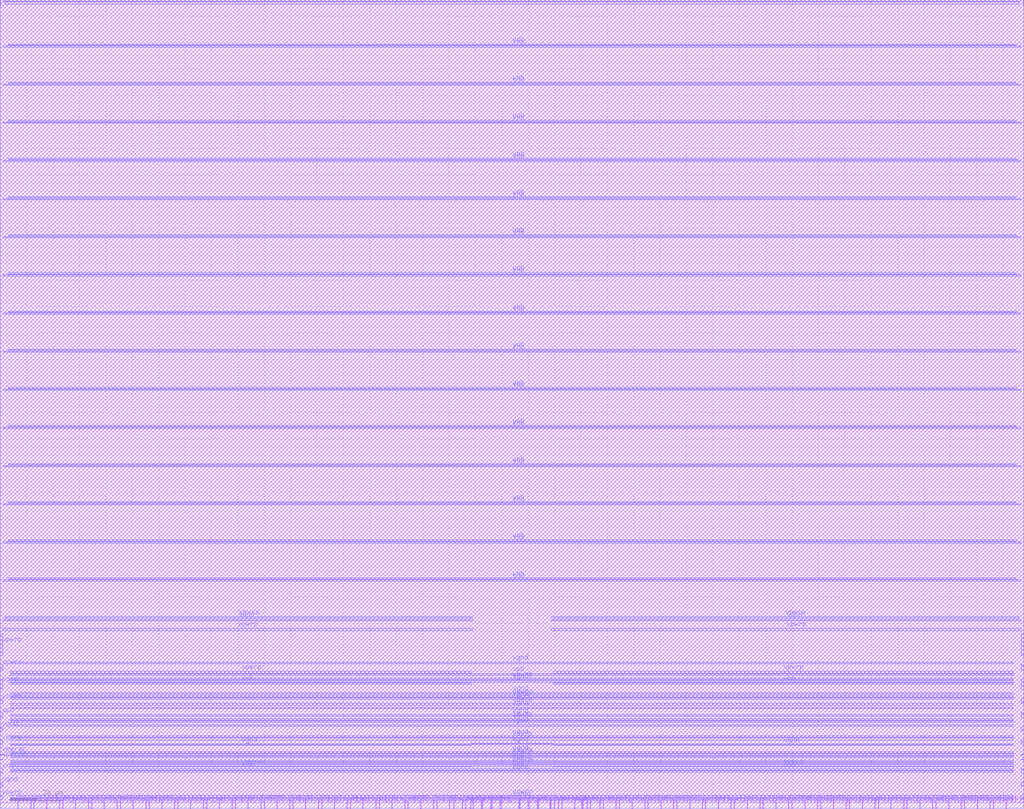
<source format=lef>
# SPDX-FileCopyrightText: 2024 Efabless Corporation and its Licensors, All Rights Reserved
# ========================================================================================
#
#  This software is protected by copyright and other intellectual property
#  rights. Therefore, reproduction, modification, translation, compilation, or
#  representation of this software in any manner other than expressly permitted
#  is strictly prohibited.
#
#  You may access and use this software, solely as provided, solely for the purpose of
#  integrating into semiconductor chip designs that you create as a part of the
#  of Efabless shuttles or Efabless managed production programs (and solely for use and
#  fabrication as a part of Efabless production purposes and for no other purpose.  You
#  may not modify or convey the software for any other purpose.
#
#  Disclaimer: EFABLESS AND ITS LICENSORS MAKE NO WARRANTY OF ANY KIND,
#  EXPRESS OR IMPLIED, WITH REGARD TO THIS MATERIAL, AND EXPRESSLY DISCLAIM
#  ANY AND ALL WARRANTIES OF ANY KIND INCLUDING, BUT NOT LIMITED TO, THE
#  IMPLIED WARRANTIES OF MERCHANTABILITY AND FITNESS FOR A PARTICULAR
#  PURPOSE. Efabless reserves the right to make changes without further
#  notice to the materials described herein. Neither Efabless nor any of its licensors
#  assume any liability arising out of the application or use of any product or
#  circuit described herein. Efabless's products described herein are
#  not authorized for use as components in life-support devices.
#
#  If you have a separate agreement with Efabless pertaining to the use of this software
#  then that agreement shall control.

VERSION 5.7 ;
  NOWIREEXTENSIONATPIN ON ;
  DIVIDERCHAR "/" ;
  BUSBITCHARS "[]" ;
MACRO EFSRAM_1024x32_wrapper
  CLASS BLOCK ;
  FOREIGN EFSRAM_1024x32_wrapper ;
  ORIGIN 0.000 0.000 ;
  SIZE 387.870 BY 306.315 ;
  PIN DO[16]
    DIRECTION OUTPUT ;
    USE SIGNAL ;
    PORT
      LAYER met1 ;
        RECT 211.405 -0.200 211.635 3.500 ;
    END
    ANTENNADIFFAREA 5.6 LAYER met1 ;
    ANTENNADIFFAREA 6.16 LAYER met2 ;
    ANTENNADIFFAREA 5.6 LAYER met3 ;
    ANTENNADIFFAREA 5.6 LAYER met4 ;
    ANTENNADIFFAREA 5.6 LAYER met5 ;
    ANTENNAPARTIALMETALSIDEAREA 32.235 LAYER met1 ;
    ANTENNAPARTIALMETALSIDEAREA 11.9735 LAYER met2 ;
    ANTENNAPARTIALCUTAREA 0.1125 LAYER via ;
  END DO[16]
  PIN BEN[16]
    DIRECTION INPUT ;
    USE SIGNAL ;
    PORT
      LAYER met1 ;
        RECT 217.545 -0.200 217.775 3.500 ;
    END
    ANTENNADIFFAREA 0.56 LAYER met1 ;
    ANTENNADIFFAREA 1.12 LAYER met2 ;
    ANTENNADIFFAREA 0.56 LAYER met3 ;
    ANTENNADIFFAREA 0.56 LAYER met4 ;
    ANTENNADIFFAREA 0.56 LAYER met5 ;
    ANTENNAPARTIALMETALSIDEAREA 21.973 LAYER met1 ;
    ANTENNAPARTIALMETALSIDEAREA 3.3565 LAYER met2 ;
    ANTENNAPARTIALCUTAREA 0.0675 LAYER via ;
  END BEN[16]
  PIN DO[17]
    DIRECTION OUTPUT ;
    USE SIGNAL ;
    PORT
      LAYER met1 ;
        RECT 222.305 -0.200 222.535 3.500 ;
    END
    ANTENNADIFFAREA 5.6 LAYER met1 ;
    ANTENNADIFFAREA 6.16 LAYER met2 ;
    ANTENNADIFFAREA 5.6 LAYER met3 ;
    ANTENNADIFFAREA 5.6 LAYER met4 ;
    ANTENNADIFFAREA 5.6 LAYER met5 ;
    ANTENNAPARTIALMETALSIDEAREA 32.235 LAYER met1 ;
    ANTENNAPARTIALMETALSIDEAREA 11.9735 LAYER met2 ;
    ANTENNAPARTIALCUTAREA 0.1125 LAYER via ;
  END DO[17]
  PIN BEN[17]
    DIRECTION INPUT ;
    USE SIGNAL ;
    PORT
      LAYER met1 ;
        RECT 228.445 -0.200 228.675 3.500 ;
    END
    ANTENNADIFFAREA 0.56 LAYER met1 ;
    ANTENNADIFFAREA 1.12 LAYER met2 ;
    ANTENNADIFFAREA 0.56 LAYER met3 ;
    ANTENNADIFFAREA 0.56 LAYER met4 ;
    ANTENNADIFFAREA 0.56 LAYER met5 ;
    ANTENNAPARTIALMETALSIDEAREA 21.973 LAYER met1 ;
    ANTENNAPARTIALMETALSIDEAREA 3.3565 LAYER met2 ;
    ANTENNAPARTIALCUTAREA 0.0675 LAYER via ;
  END BEN[17]
  PIN DO[18]
    DIRECTION OUTPUT ;
    USE SIGNAL ;
    PORT
      LAYER met1 ;
        RECT 233.205 -0.200 233.435 3.500 ;
    END
    ANTENNADIFFAREA 5.6 LAYER met1 ;
    ANTENNADIFFAREA 6.16 LAYER met2 ;
    ANTENNADIFFAREA 5.6 LAYER met3 ;
    ANTENNADIFFAREA 5.6 LAYER met4 ;
    ANTENNADIFFAREA 5.6 LAYER met5 ;
    ANTENNAPARTIALMETALSIDEAREA 32.235 LAYER met1 ;
    ANTENNAPARTIALMETALSIDEAREA 11.9735 LAYER met2 ;
    ANTENNAPARTIALCUTAREA 0.1125 LAYER via ;
  END DO[18]
  PIN BEN[18]
    DIRECTION INPUT ;
    USE SIGNAL ;
    PORT
      LAYER met1 ;
        RECT 239.345 -0.200 239.575 3.500 ;
    END
    ANTENNADIFFAREA 0.56 LAYER met1 ;
    ANTENNADIFFAREA 1.12 LAYER met2 ;
    ANTENNADIFFAREA 0.56 LAYER met3 ;
    ANTENNADIFFAREA 0.56 LAYER met4 ;
    ANTENNADIFFAREA 0.56 LAYER met5 ;
    ANTENNAPARTIALMETALSIDEAREA 21.973 LAYER met1 ;
    ANTENNAPARTIALMETALSIDEAREA 3.3565 LAYER met2 ;
    ANTENNAPARTIALCUTAREA 0.0675 LAYER via ;
  END BEN[18]
  PIN DO[19]
    DIRECTION OUTPUT ;
    USE SIGNAL ;
    PORT
      LAYER met1 ;
        RECT 244.105 -0.200 244.335 3.500 ;
    END
    ANTENNADIFFAREA 5.6 LAYER met1 ;
    ANTENNADIFFAREA 6.16 LAYER met2 ;
    ANTENNADIFFAREA 5.6 LAYER met3 ;
    ANTENNADIFFAREA 5.6 LAYER met4 ;
    ANTENNADIFFAREA 5.6 LAYER met5 ;
    ANTENNAPARTIALMETALSIDEAREA 32.235 LAYER met1 ;
    ANTENNAPARTIALMETALSIDEAREA 11.9735 LAYER met2 ;
    ANTENNAPARTIALCUTAREA 0.1125 LAYER via ;
  END DO[19]
  PIN BEN[19]
    DIRECTION INPUT ;
    USE SIGNAL ;
    PORT
      LAYER met1 ;
        RECT 250.245 -0.200 250.475 3.500 ;
    END
    ANTENNADIFFAREA 0.56 LAYER met1 ;
    ANTENNADIFFAREA 1.12 LAYER met2 ;
    ANTENNADIFFAREA 0.56 LAYER met3 ;
    ANTENNADIFFAREA 0.56 LAYER met4 ;
    ANTENNADIFFAREA 0.56 LAYER met5 ;
    ANTENNAPARTIALMETALSIDEAREA 21.973 LAYER met1 ;
    ANTENNAPARTIALMETALSIDEAREA 3.3565 LAYER met2 ;
    ANTENNAPARTIALCUTAREA 0.0675 LAYER via ;
  END BEN[19]
  PIN DO[20]
    DIRECTION OUTPUT ;
    USE SIGNAL ;
    PORT
      LAYER met1 ;
        RECT 255.005 -0.200 255.235 3.500 ;
    END
    ANTENNADIFFAREA 5.6 LAYER met1 ;
    ANTENNADIFFAREA 6.16 LAYER met2 ;
    ANTENNADIFFAREA 5.6 LAYER met3 ;
    ANTENNADIFFAREA 5.6 LAYER met4 ;
    ANTENNADIFFAREA 5.6 LAYER met5 ;
    ANTENNAPARTIALMETALSIDEAREA 32.235 LAYER met1 ;
    ANTENNAPARTIALMETALSIDEAREA 11.9735 LAYER met2 ;
    ANTENNAPARTIALCUTAREA 0.1125 LAYER via ;
  END DO[20]
  PIN BEN[20]
    DIRECTION INPUT ;
    USE SIGNAL ;
    PORT
      LAYER met1 ;
        RECT 261.145 -0.200 261.375 3.500 ;
    END
    ANTENNADIFFAREA 0.56 LAYER met1 ;
    ANTENNADIFFAREA 1.12 LAYER met2 ;
    ANTENNADIFFAREA 0.56 LAYER met3 ;
    ANTENNADIFFAREA 0.56 LAYER met4 ;
    ANTENNADIFFAREA 0.56 LAYER met5 ;
    ANTENNAPARTIALMETALSIDEAREA 21.973 LAYER met1 ;
    ANTENNAPARTIALMETALSIDEAREA 3.3565 LAYER met2 ;
    ANTENNAPARTIALCUTAREA 0.0675 LAYER via ;
  END BEN[20]
  PIN DO[21]
    DIRECTION OUTPUT ;
    USE SIGNAL ;
    PORT
      LAYER met1 ;
        RECT 265.905 -0.200 266.135 3.500 ;
    END
    ANTENNADIFFAREA 5.6 LAYER met1 ;
    ANTENNADIFFAREA 6.16 LAYER met2 ;
    ANTENNADIFFAREA 5.6 LAYER met3 ;
    ANTENNADIFFAREA 5.6 LAYER met4 ;
    ANTENNADIFFAREA 5.6 LAYER met5 ;
    ANTENNAPARTIALMETALSIDEAREA 32.235 LAYER met1 ;
    ANTENNAPARTIALMETALSIDEAREA 11.9735 LAYER met2 ;
    ANTENNAPARTIALCUTAREA 0.1125 LAYER via ;
  END DO[21]
  PIN BEN[21]
    DIRECTION INPUT ;
    USE SIGNAL ;
    PORT
      LAYER met1 ;
        RECT 272.045 -0.200 272.275 3.500 ;
    END
    ANTENNADIFFAREA 0.56 LAYER met1 ;
    ANTENNADIFFAREA 1.12 LAYER met2 ;
    ANTENNADIFFAREA 0.56 LAYER met3 ;
    ANTENNADIFFAREA 0.56 LAYER met4 ;
    ANTENNADIFFAREA 0.56 LAYER met5 ;
    ANTENNAPARTIALMETALSIDEAREA 21.973 LAYER met1 ;
    ANTENNAPARTIALMETALSIDEAREA 3.3565 LAYER met2 ;
    ANTENNAPARTIALCUTAREA 0.0675 LAYER via ;
  END BEN[21]
  PIN DO[22]
    DIRECTION OUTPUT ;
    USE SIGNAL ;
    PORT
      LAYER met1 ;
        RECT 276.805 -0.200 277.035 3.500 ;
    END
    ANTENNADIFFAREA 5.6 LAYER met1 ;
    ANTENNADIFFAREA 6.16 LAYER met2 ;
    ANTENNADIFFAREA 5.6 LAYER met3 ;
    ANTENNADIFFAREA 5.6 LAYER met4 ;
    ANTENNADIFFAREA 5.6 LAYER met5 ;
    ANTENNAPARTIALMETALSIDEAREA 32.235 LAYER met1 ;
    ANTENNAPARTIALMETALSIDEAREA 11.9735 LAYER met2 ;
    ANTENNAPARTIALCUTAREA 0.1125 LAYER via ;
  END DO[22]
  PIN BEN[22]
    DIRECTION INPUT ;
    USE SIGNAL ;
    PORT
      LAYER met1 ;
        RECT 282.945 -0.200 283.175 3.500 ;
    END
    ANTENNADIFFAREA 0.56 LAYER met1 ;
    ANTENNADIFFAREA 1.12 LAYER met2 ;
    ANTENNADIFFAREA 0.56 LAYER met3 ;
    ANTENNADIFFAREA 0.56 LAYER met4 ;
    ANTENNADIFFAREA 0.56 LAYER met5 ;
    ANTENNAPARTIALMETALSIDEAREA 21.973 LAYER met1 ;
    ANTENNAPARTIALMETALSIDEAREA 3.3565 LAYER met2 ;
    ANTENNAPARTIALCUTAREA 0.0675 LAYER via ;
  END BEN[22]
  PIN DO[23]
    DIRECTION OUTPUT ;
    USE SIGNAL ;
    PORT
      LAYER met1 ;
        RECT 287.705 -0.200 287.935 3.500 ;
    END
    ANTENNADIFFAREA 5.6 LAYER met1 ;
    ANTENNADIFFAREA 6.16 LAYER met2 ;
    ANTENNADIFFAREA 5.6 LAYER met3 ;
    ANTENNADIFFAREA 5.6 LAYER met4 ;
    ANTENNADIFFAREA 5.6 LAYER met5 ;
    ANTENNAPARTIALMETALSIDEAREA 32.235 LAYER met1 ;
    ANTENNAPARTIALMETALSIDEAREA 11.9735 LAYER met2 ;
    ANTENNAPARTIALCUTAREA 0.1125 LAYER via ;
  END DO[23]
  PIN BEN[23]
    DIRECTION INPUT ;
    USE SIGNAL ;
    PORT
      LAYER met1 ;
        RECT 293.845 -0.200 294.075 3.500 ;
    END
    ANTENNADIFFAREA 0.56 LAYER met1 ;
    ANTENNADIFFAREA 1.12 LAYER met2 ;
    ANTENNADIFFAREA 0.56 LAYER met3 ;
    ANTENNADIFFAREA 0.56 LAYER met4 ;
    ANTENNADIFFAREA 0.56 LAYER met5 ;
    ANTENNAPARTIALMETALSIDEAREA 21.973 LAYER met1 ;
    ANTENNAPARTIALMETALSIDEAREA 3.3565 LAYER met2 ;
    ANTENNAPARTIALCUTAREA 0.0675 LAYER via ;
  END BEN[23]
  PIN DO[24]
    DIRECTION OUTPUT ;
    USE SIGNAL ;
    PORT
      LAYER met1 ;
        RECT 298.605 -0.200 298.835 3.500 ;
    END
    ANTENNADIFFAREA 5.6 LAYER met1 ;
    ANTENNADIFFAREA 6.16 LAYER met2 ;
    ANTENNADIFFAREA 5.6 LAYER met3 ;
    ANTENNADIFFAREA 5.6 LAYER met4 ;
    ANTENNADIFFAREA 5.6 LAYER met5 ;
    ANTENNAPARTIALMETALSIDEAREA 32.235 LAYER met1 ;
    ANTENNAPARTIALMETALSIDEAREA 11.9735 LAYER met2 ;
    ANTENNAPARTIALCUTAREA 0.1125 LAYER via ;
  END DO[24]
  PIN BEN[24]
    DIRECTION INPUT ;
    USE SIGNAL ;
    PORT
      LAYER met1 ;
        RECT 304.745 -0.200 304.975 3.500 ;
    END
    ANTENNADIFFAREA 0.56 LAYER met1 ;
    ANTENNADIFFAREA 1.12 LAYER met2 ;
    ANTENNADIFFAREA 0.56 LAYER met3 ;
    ANTENNADIFFAREA 0.56 LAYER met4 ;
    ANTENNADIFFAREA 0.56 LAYER met5 ;
    ANTENNAPARTIALMETALSIDEAREA 21.973 LAYER met1 ;
    ANTENNAPARTIALMETALSIDEAREA 3.3565 LAYER met2 ;
    ANTENNAPARTIALCUTAREA 0.0675 LAYER via ;
  END BEN[24]
  PIN DO[25]
    DIRECTION OUTPUT ;
    USE SIGNAL ;
    PORT
      LAYER met1 ;
        RECT 309.505 -0.200 309.735 3.500 ;
    END
    ANTENNADIFFAREA 5.6 LAYER met1 ;
    ANTENNADIFFAREA 6.16 LAYER met2 ;
    ANTENNADIFFAREA 5.6 LAYER met3 ;
    ANTENNADIFFAREA 5.6 LAYER met4 ;
    ANTENNADIFFAREA 5.6 LAYER met5 ;
    ANTENNAPARTIALMETALSIDEAREA 32.235 LAYER met1 ;
    ANTENNAPARTIALMETALSIDEAREA 11.9735 LAYER met2 ;
    ANTENNAPARTIALCUTAREA 0.1125 LAYER via ;
  END DO[25]
  PIN BEN[25]
    DIRECTION INPUT ;
    USE SIGNAL ;
    PORT
      LAYER met1 ;
        RECT 315.645 -0.200 315.875 3.500 ;
    END
    ANTENNADIFFAREA 0.56 LAYER met1 ;
    ANTENNADIFFAREA 1.12 LAYER met2 ;
    ANTENNADIFFAREA 0.56 LAYER met3 ;
    ANTENNADIFFAREA 0.56 LAYER met4 ;
    ANTENNADIFFAREA 0.56 LAYER met5 ;
    ANTENNAPARTIALMETALSIDEAREA 21.973 LAYER met1 ;
    ANTENNAPARTIALMETALSIDEAREA 3.3565 LAYER met2 ;
    ANTENNAPARTIALCUTAREA 0.0675 LAYER via ;
  END BEN[25]
  PIN DO[26]
    DIRECTION OUTPUT ;
    USE SIGNAL ;
    PORT
      LAYER met1 ;
        RECT 320.405 -0.200 320.635 3.500 ;
    END
    ANTENNADIFFAREA 5.6 LAYER met1 ;
    ANTENNADIFFAREA 6.16 LAYER met2 ;
    ANTENNADIFFAREA 5.6 LAYER met3 ;
    ANTENNADIFFAREA 5.6 LAYER met4 ;
    ANTENNADIFFAREA 5.6 LAYER met5 ;
    ANTENNAPARTIALMETALSIDEAREA 32.235 LAYER met1 ;
    ANTENNAPARTIALMETALSIDEAREA 11.9735 LAYER met2 ;
    ANTENNAPARTIALCUTAREA 0.1125 LAYER via ;
  END DO[26]
  PIN BEN[26]
    DIRECTION INPUT ;
    USE SIGNAL ;
    PORT
      LAYER met1 ;
        RECT 326.545 -0.200 326.775 3.500 ;
    END
    ANTENNADIFFAREA 0.56 LAYER met1 ;
    ANTENNADIFFAREA 1.12 LAYER met2 ;
    ANTENNADIFFAREA 0.56 LAYER met3 ;
    ANTENNADIFFAREA 0.56 LAYER met4 ;
    ANTENNADIFFAREA 0.56 LAYER met5 ;
    ANTENNAPARTIALMETALSIDEAREA 21.973 LAYER met1 ;
    ANTENNAPARTIALMETALSIDEAREA 3.3565 LAYER met2 ;
    ANTENNAPARTIALCUTAREA 0.0675 LAYER via ;
  END BEN[26]
  PIN DO[27]
    DIRECTION OUTPUT ;
    USE SIGNAL ;
    PORT
      LAYER met1 ;
        RECT 331.305 -0.200 331.535 3.500 ;
    END
    ANTENNADIFFAREA 5.6 LAYER met1 ;
    ANTENNADIFFAREA 6.16 LAYER met2 ;
    ANTENNADIFFAREA 5.6 LAYER met3 ;
    ANTENNADIFFAREA 5.6 LAYER met4 ;
    ANTENNADIFFAREA 5.6 LAYER met5 ;
    ANTENNAPARTIALMETALSIDEAREA 32.235 LAYER met1 ;
    ANTENNAPARTIALMETALSIDEAREA 11.9735 LAYER met2 ;
    ANTENNAPARTIALCUTAREA 0.1125 LAYER via ;
  END DO[27]
  PIN BEN[27]
    DIRECTION INPUT ;
    USE SIGNAL ;
    PORT
      LAYER met1 ;
        RECT 337.445 -0.200 337.675 3.500 ;
    END
    ANTENNADIFFAREA 0.56 LAYER met1 ;
    ANTENNADIFFAREA 1.12 LAYER met2 ;
    ANTENNADIFFAREA 0.56 LAYER met3 ;
    ANTENNADIFFAREA 0.56 LAYER met4 ;
    ANTENNADIFFAREA 0.56 LAYER met5 ;
    ANTENNAPARTIALMETALSIDEAREA 21.973 LAYER met1 ;
    ANTENNAPARTIALMETALSIDEAREA 3.3565 LAYER met2 ;
    ANTENNAPARTIALCUTAREA 0.0675 LAYER via ;
  END BEN[27]
  PIN DO[28]
    DIRECTION OUTPUT ;
    USE SIGNAL ;
    PORT
      LAYER met1 ;
        RECT 342.205 -0.200 342.435 3.500 ;
    END
    ANTENNADIFFAREA 5.6 LAYER met1 ;
    ANTENNADIFFAREA 6.16 LAYER met2 ;
    ANTENNADIFFAREA 5.6 LAYER met3 ;
    ANTENNADIFFAREA 5.6 LAYER met4 ;
    ANTENNADIFFAREA 5.6 LAYER met5 ;
    ANTENNAPARTIALMETALSIDEAREA 32.235 LAYER met1 ;
    ANTENNAPARTIALMETALSIDEAREA 11.9735 LAYER met2 ;
    ANTENNAPARTIALCUTAREA 0.1125 LAYER via ;
  END DO[28]
  PIN BEN[28]
    DIRECTION INPUT ;
    USE SIGNAL ;
    PORT
      LAYER met1 ;
        RECT 348.345 -0.200 348.575 3.500 ;
    END
    ANTENNADIFFAREA 0.56 LAYER met1 ;
    ANTENNADIFFAREA 1.12 LAYER met2 ;
    ANTENNADIFFAREA 0.56 LAYER met3 ;
    ANTENNADIFFAREA 0.56 LAYER met4 ;
    ANTENNADIFFAREA 0.56 LAYER met5 ;
    ANTENNAPARTIALMETALSIDEAREA 21.973 LAYER met1 ;
    ANTENNAPARTIALMETALSIDEAREA 3.3565 LAYER met2 ;
    ANTENNAPARTIALCUTAREA 0.0675 LAYER via ;
  END BEN[28]
  PIN DO[29]
    DIRECTION OUTPUT ;
    USE SIGNAL ;
    PORT
      LAYER met1 ;
        RECT 353.105 -0.200 353.335 3.500 ;
    END
    ANTENNADIFFAREA 5.6 LAYER met1 ;
    ANTENNADIFFAREA 6.16 LAYER met2 ;
    ANTENNADIFFAREA 5.6 LAYER met3 ;
    ANTENNADIFFAREA 5.6 LAYER met4 ;
    ANTENNADIFFAREA 5.6 LAYER met5 ;
    ANTENNAPARTIALMETALSIDEAREA 32.235 LAYER met1 ;
    ANTENNAPARTIALMETALSIDEAREA 11.9735 LAYER met2 ;
    ANTENNAPARTIALCUTAREA 0.1125 LAYER via ;
  END DO[29]
  PIN BEN[29]
    DIRECTION INPUT ;
    USE SIGNAL ;
    PORT
      LAYER met1 ;
        RECT 359.245 -0.200 359.475 3.500 ;
    END
    ANTENNADIFFAREA 0.56 LAYER met1 ;
    ANTENNADIFFAREA 1.12 LAYER met2 ;
    ANTENNADIFFAREA 0.56 LAYER met3 ;
    ANTENNADIFFAREA 0.56 LAYER met4 ;
    ANTENNADIFFAREA 0.56 LAYER met5 ;
    ANTENNAPARTIALMETALSIDEAREA 21.973 LAYER met1 ;
    ANTENNAPARTIALMETALSIDEAREA 3.3565 LAYER met2 ;
    ANTENNAPARTIALCUTAREA 0.0675 LAYER via ;
  END BEN[29]
  PIN DO[30]
    DIRECTION OUTPUT ;
    USE SIGNAL ;
    PORT
      LAYER met1 ;
        RECT 364.005 -0.200 364.235 3.500 ;
    END
    ANTENNADIFFAREA 5.6 LAYER met1 ;
    ANTENNADIFFAREA 6.16 LAYER met2 ;
    ANTENNADIFFAREA 5.6 LAYER met3 ;
    ANTENNADIFFAREA 5.6 LAYER met4 ;
    ANTENNADIFFAREA 5.6 LAYER met5 ;
    ANTENNAPARTIALMETALSIDEAREA 32.235 LAYER met1 ;
    ANTENNAPARTIALMETALSIDEAREA 11.9735 LAYER met2 ;
    ANTENNAPARTIALCUTAREA 0.1125 LAYER via ;
  END DO[30]
  PIN BEN[30]
    DIRECTION INPUT ;
    USE SIGNAL ;
    PORT
      LAYER met1 ;
        RECT 370.145 -0.200 370.375 3.500 ;
    END
    ANTENNADIFFAREA 0.56 LAYER met1 ;
    ANTENNADIFFAREA 1.12 LAYER met2 ;
    ANTENNADIFFAREA 0.56 LAYER met3 ;
    ANTENNADIFFAREA 0.56 LAYER met4 ;
    ANTENNADIFFAREA 0.56 LAYER met5 ;
    ANTENNAPARTIALMETALSIDEAREA 21.973 LAYER met1 ;
    ANTENNAPARTIALMETALSIDEAREA 3.3565 LAYER met2 ;
    ANTENNAPARTIALCUTAREA 0.0675 LAYER via ;
  END BEN[30]
  PIN DO[31]
    DIRECTION OUTPUT ;
    USE SIGNAL ;
    PORT
      LAYER met1 ;
        RECT 374.905 -0.200 375.135 3.500 ;
    END
    ANTENNADIFFAREA 5.6 LAYER met1 ;
    ANTENNADIFFAREA 5.6 LAYER met2 ;
    ANTENNADIFFAREA 5.6 LAYER met3 ;
    ANTENNADIFFAREA 5.6 LAYER met4 ;
    ANTENNADIFFAREA 5.6 LAYER met5 ;
    ANTENNAPARTIALMETALSIDEAREA 32.235 LAYER met1 ;
    ANTENNAPARTIALMETALSIDEAREA 8.1515 LAYER met2 ;
    ANTENNAPARTIALCUTAREA 0.09 LAYER via ;
  END DO[31]
  PIN BEN[31]
    DIRECTION INPUT ;
    USE SIGNAL ;
    PORT
      LAYER met1 ;
        RECT 381.045 -0.200 381.275 3.500 ;
    END
    ANTENNADIFFAREA 0.56 LAYER met1 ;
    ANTENNADIFFAREA 1.12 LAYER met2 ;
    ANTENNADIFFAREA 0.56 LAYER met3 ;
    ANTENNADIFFAREA 0.56 LAYER met4 ;
    ANTENNADIFFAREA 0.56 LAYER met5 ;
    ANTENNAPARTIALMETALSIDEAREA 21.973 LAYER met1 ;
    ANTENNAPARTIALMETALSIDEAREA 3.3565 LAYER met2 ;
    ANTENNAPARTIALCUTAREA 0.0675 LAYER via ;
  END BEN[31]
  PIN AD[0]
    DIRECTION INPUT ;
    USE SIGNAL ;
    PORT
      LAYER met1 ;
        RECT 199.905 -0.200 200.165 3.510 ;
    END
    ANTENNADIFFAREA 0.53 LAYER met1 ;
    ANTENNADIFFAREA 0.53 LAYER met2 ;
    ANTENNADIFFAREA 0.53 LAYER met3 ;
    ANTENNADIFFAREA 0.53 LAYER met4 ;
    ANTENNADIFFAREA 0.53 LAYER met5 ;
    ANTENNAGATEAREA 0.576 LAYER met1 ;
    ANTENNAPARTIALMETALSIDEAREA 3.899 LAYER met1 ;
    ANTENNAGATEAREA 0.576 LAYER met2 ;
    ANTENNAPARTIALMETALSIDEAREA 9.261 LAYER met2 ;
    ANTENNAGATEAREA 0.576 LAYER met3 ;
    ANTENNAGATEAREA 0.576 LAYER met4 ;
    ANTENNAGATEAREA 0.576 LAYER met5 ;
    ANTENNAPARTIALCUTAREA 0.0675 LAYER via ;
  END AD[0]
  PIN AD[1]
    DIRECTION INPUT ;
    USE SIGNAL ;
    PORT
      LAYER met1 ;
        RECT 196.765 -0.200 197.025 3.510 ;
    END
    ANTENNADIFFAREA 0.53 LAYER met1 ;
    ANTENNADIFFAREA 0.53 LAYER met2 ;
    ANTENNADIFFAREA 0.53 LAYER met3 ;
    ANTENNADIFFAREA 0.53 LAYER met4 ;
    ANTENNADIFFAREA 0.53 LAYER met5 ;
    ANTENNAGATEAREA 0.576 LAYER met1 ;
    ANTENNAPARTIALMETALSIDEAREA 4.2 LAYER met1 ;
    ANTENNAGATEAREA 0.576 LAYER met2 ;
    ANTENNAPARTIALMETALSIDEAREA 18.6655 LAYER met2 ;
    ANTENNAGATEAREA 0.576 LAYER met3 ;
    ANTENNAGATEAREA 0.576 LAYER met4 ;
    ANTENNAGATEAREA 0.576 LAYER met5 ;
    ANTENNAPARTIALCUTAREA 0.0675 LAYER via ;
  END AD[1]
  PIN AD[2]
    DIRECTION INPUT ;
    USE SIGNAL ;
    PORT
      LAYER met1 ;
        RECT 196.365 -0.200 196.625 3.510 ;
    END
    ANTENNADIFFAREA 0.53 LAYER met1 ;
    ANTENNADIFFAREA 0.53 LAYER met2 ;
    ANTENNADIFFAREA 0.53 LAYER met3 ;
    ANTENNADIFFAREA 0.53 LAYER met4 ;
    ANTENNADIFFAREA 0.53 LAYER met5 ;
    ANTENNAGATEAREA 0.576 LAYER met1 ;
    ANTENNAPARTIALMETALSIDEAREA 4.2 LAYER met1 ;
    ANTENNAGATEAREA 0.576 LAYER met2 ;
    ANTENNAPARTIALMETALSIDEAREA 12.1205 LAYER met2 ;
    ANTENNAGATEAREA 0.576 LAYER met3 ;
    ANTENNAGATEAREA 0.576 LAYER met4 ;
    ANTENNAGATEAREA 0.576 LAYER met5 ;
    ANTENNAPARTIALCUTAREA 0.045 LAYER via ;
  END AD[2]
  PIN WLBI
    DIRECTION INPUT ;
    USE SIGNAL ;
    PORT
      LAYER met1 ;
        RECT 220.735 -0.200 220.975 3.635 ;
    END
    ANTENNAGATEAREA 0.504 LAYER met1 ;
    ANTENNAPARTIALMETALSIDEAREA 4.6725 LAYER met1 ;
    ANTENNAGATEAREA 0.504 LAYER met2 ;
    ANTENNAGATEAREA 0.504 LAYER met3 ;
    ANTENNAGATEAREA 0.504 LAYER met4 ;
    ANTENNAGATEAREA 0.504 LAYER met5 ;
  END WLBI
  PIN WLOFF
    DIRECTION INPUT ;
    USE SIGNAL ;
    PORT
      LAYER met1 ;
        RECT 203.450 -0.200 203.705 3.675 ;
    END
    ANTENNAGATEAREA 0.378 LAYER met1 ;
    ANTENNAPARTIALMETALSIDEAREA 0.756 LAYER met1 ;
    ANTENNAGATEAREA 0.378 LAYER met2 ;
    ANTENNAGATEAREA 0.378 LAYER met3 ;
    ANTENNAGATEAREA 0.378 LAYER met4 ;
    ANTENNAGATEAREA 0.378 LAYER met5 ;
  END WLOFF
  PIN CLKin
    DIRECTION INPUT ;
    USE SIGNAL ;
    PORT
      LAYER met1 ;
        RECT 227.045 -0.200 227.275 3.645 ;
    END
    ANTENNAGATEAREA 0.159 LAYER met1 ;
    ANTENNAPARTIALMETALSIDEAREA 27.888 LAYER met1 ;
    ANTENNAGATEAREA 10.959 LAYER met2 ;
    ANTENNAPARTIALMETALSIDEAREA 28.7175 LAYER met2 ;
    ANTENNAGATEAREA 0.159 LAYER met3 ;
    ANTENNAGATEAREA 0.159 LAYER met4 ;
    ANTENNAGATEAREA 0.159 LAYER met5 ;
    ANTENNAPARTIALCUTAREA 0.2025 LAYER via ;
  END CLKin
  PIN EN
    DIRECTION INPUT ;
    USE SIGNAL ;
    PORT
      LAYER met1 ;
        RECT 203.845 -0.200 204.105 3.665 ;
    END
    ANTENNADIFFAREA 0.53 LAYER met1 ;
    ANTENNADIFFAREA 0.53 LAYER met2 ;
    ANTENNADIFFAREA 0.53 LAYER met3 ;
    ANTENNADIFFAREA 0.53 LAYER met4 ;
    ANTENNADIFFAREA 0.53 LAYER met5 ;
    ANTENNAGATEAREA 0.348 LAYER met1 ;
    ANTENNAPARTIALMETALSIDEAREA 3.7345 LAYER met1 ;
    ANTENNAGATEAREA 0.348 LAYER met2 ;
    ANTENNAPARTIALMETALSIDEAREA 17.3775 LAYER met2 ;
    ANTENNAGATEAREA 0.348 LAYER met3 ;
    ANTENNAGATEAREA 0.348 LAYER met4 ;
    ANTENNAGATEAREA 0.348 LAYER met5 ;
    ANTENNAPARTIALCUTAREA 0.09 LAYER via ;
  END EN
  PIN R_WB
    DIRECTION INPUT ;
    USE SIGNAL ;
    PORT
      LAYER met1 ;
        RECT 200.305 -0.200 200.565 3.505 ;
    END
    ANTENNADIFFAREA 0.53 LAYER met1 ;
    ANTENNADIFFAREA 0.53 LAYER met2 ;
    ANTENNADIFFAREA 0.53 LAYER met3 ;
    ANTENNADIFFAREA 0.53 LAYER met4 ;
    ANTENNADIFFAREA 0.53 LAYER met5 ;
    ANTENNAGATEAREA 0.576 LAYER met1 ;
    ANTENNAPARTIALMETALSIDEAREA 3.8465 LAYER met1 ;
    ANTENNAGATEAREA 0.576 LAYER met2 ;
    ANTENNAPARTIALMETALSIDEAREA 21.6405 LAYER met2 ;
    ANTENNAGATEAREA 0.576 LAYER met3 ;
    ANTENNAGATEAREA 0.576 LAYER met4 ;
    ANTENNAGATEAREA 0.576 LAYER met5 ;
    ANTENNAPARTIALCUTAREA 0.09 LAYER via ;
  END R_WB
  PIN SM
    DIRECTION INPUT ;
    USE SIGNAL ;
    PORT
      LAYER met1 ;
        RECT 208.185 -0.200 208.385 3.865 ;
    END
    ANTENNAGATEAREA 0.315 LAYER met1 ;
    ANTENNAPARTIALMETALSIDEAREA 15.0995 LAYER met1 ;
    ANTENNAGATEAREA 0.567 LAYER met2 ;
    ANTENNAPARTIALMETALSIDEAREA 9.6425 LAYER met2 ;
    ANTENNAGATEAREA 0.315 LAYER met3 ;
    ANTENNAGATEAREA 0.315 LAYER met4 ;
    ANTENNAGATEAREA 0.315 LAYER met5 ;
    ANTENNAPARTIALCUTAREA 0.09 LAYER via ;
  END SM
  PIN TM
    DIRECTION INPUT ;
    USE SIGNAL ;
    PORT
      LAYER met1 ;
        RECT 220.345 -0.200 220.595 3.630 ;
    END
    ANTENNAGATEAREA 0.252 LAYER met1 ;
    ANTENNAPARTIALMETALSIDEAREA 5.67 LAYER met1 ;
    ANTENNAGATEAREA 0.567 LAYER met2 ;
    ANTENNAPARTIALMETALSIDEAREA 10.5525 LAYER met2 ;
    ANTENNAGATEAREA 0.252 LAYER met3 ;
    ANTENNAGATEAREA 0.252 LAYER met4 ;
    ANTENNAGATEAREA 0.252 LAYER met5 ;
    ANTENNAPARTIALCUTAREA 0.09 LAYER via ;
  END TM
  PIN ScanInDR
    DIRECTION INPUT ;
    USE SIGNAL ;
    PORT
      LAYER met1 ;
        RECT 209.885 -0.200 210.075 3.785 ;
    END
    ANTENNAPARTIALMETALSIDEAREA 0.1645 LAYER met1 ;
  END ScanInDR
  PIN ScanOutCC
    DIRECTION OUTPUT ;
    USE SIGNAL ;
    PORT
      LAYER met1 ;
        RECT 208.525 -0.200 208.725 3.880 ;
    END
    ANTENNADIFFAREA 2.1504 LAYER met1 ;
    ANTENNADIFFAREA 2.1504 LAYER met2 ;
    ANTENNADIFFAREA 2.1504 LAYER met3 ;
    ANTENNADIFFAREA 2.1504 LAYER met4 ;
    ANTENNADIFFAREA 2.1504 LAYER met5 ;
    ANTENNAPARTIALMETALSIDEAREA 12.9465 LAYER met1 ;
  END ScanOutCC
  PIN ScanInDL
    DIRECTION INPUT ;
    USE SIGNAL ;
    PORT
      LAYER met1 ;
        RECT 171.915 -0.200 172.105 4.015 ;
    END
    ANTENNAPARTIALMETALSIDEAREA 0.21 LAYER met1 ;
  END ScanInDL
  PIN DO[9]
    DIRECTION OUTPUT ;
    USE SIGNAL ;
    PORT
      LAYER met1 ;
        RECT 78.135 -0.200 78.365 3.500 ;
    END
    ANTENNADIFFAREA 5.6 LAYER met1 ;
    ANTENNADIFFAREA 6.16 LAYER met2 ;
    ANTENNADIFFAREA 5.6 LAYER met3 ;
    ANTENNADIFFAREA 5.6 LAYER met4 ;
    ANTENNADIFFAREA 5.6 LAYER met5 ;
    ANTENNAPARTIALMETALSIDEAREA 32.235 LAYER met1 ;
    ANTENNAPARTIALMETALSIDEAREA 11.9735 LAYER met2 ;
    ANTENNAPARTIALCUTAREA 0.1125 LAYER via ;
  END DO[9]
  PIN BEN[9]
    DIRECTION INPUT ;
    USE SIGNAL ;
    PORT
      LAYER met1 ;
        RECT 71.995 -0.200 72.225 3.500 ;
    END
    ANTENNADIFFAREA 0.56 LAYER met1 ;
    ANTENNADIFFAREA 1.12 LAYER met2 ;
    ANTENNADIFFAREA 0.56 LAYER met3 ;
    ANTENNADIFFAREA 0.56 LAYER met4 ;
    ANTENNADIFFAREA 0.56 LAYER met5 ;
    ANTENNAPARTIALMETALSIDEAREA 21.973 LAYER met1 ;
    ANTENNAPARTIALMETALSIDEAREA 3.3565 LAYER met2 ;
    ANTENNAPARTIALCUTAREA 0.0675 LAYER via ;
  END BEN[9]
  PIN DO[10]
    DIRECTION OUTPUT ;
    USE SIGNAL ;
    PORT
      LAYER met1 ;
        RECT 67.235 -0.200 67.465 3.500 ;
    END
    ANTENNADIFFAREA 5.6 LAYER met1 ;
    ANTENNADIFFAREA 6.16 LAYER met2 ;
    ANTENNADIFFAREA 5.6 LAYER met3 ;
    ANTENNADIFFAREA 5.6 LAYER met4 ;
    ANTENNADIFFAREA 5.6 LAYER met5 ;
    ANTENNAPARTIALMETALSIDEAREA 32.235 LAYER met1 ;
    ANTENNAPARTIALMETALSIDEAREA 11.9735 LAYER met2 ;
    ANTENNAPARTIALCUTAREA 0.1125 LAYER via ;
  END DO[10]
  PIN BEN[10]
    DIRECTION INPUT ;
    USE SIGNAL ;
    PORT
      LAYER met1 ;
        RECT 61.095 -0.200 61.325 3.500 ;
    END
    ANTENNADIFFAREA 0.56 LAYER met1 ;
    ANTENNADIFFAREA 1.12 LAYER met2 ;
    ANTENNADIFFAREA 0.56 LAYER met3 ;
    ANTENNADIFFAREA 0.56 LAYER met4 ;
    ANTENNADIFFAREA 0.56 LAYER met5 ;
    ANTENNAPARTIALMETALSIDEAREA 21.973 LAYER met1 ;
    ANTENNAPARTIALMETALSIDEAREA 3.3565 LAYER met2 ;
    ANTENNAPARTIALCUTAREA 0.0675 LAYER via ;
  END BEN[10]
  PIN DO[11]
    DIRECTION OUTPUT ;
    USE SIGNAL ;
    PORT
      LAYER met1 ;
        RECT 56.335 -0.200 56.565 3.500 ;
    END
    ANTENNADIFFAREA 5.6 LAYER met1 ;
    ANTENNADIFFAREA 6.16 LAYER met2 ;
    ANTENNADIFFAREA 5.6 LAYER met3 ;
    ANTENNADIFFAREA 5.6 LAYER met4 ;
    ANTENNADIFFAREA 5.6 LAYER met5 ;
    ANTENNAPARTIALMETALSIDEAREA 32.235 LAYER met1 ;
    ANTENNAPARTIALMETALSIDEAREA 11.9735 LAYER met2 ;
    ANTENNAPARTIALCUTAREA 0.1125 LAYER via ;
  END DO[11]
  PIN BEN[11]
    DIRECTION INPUT ;
    USE SIGNAL ;
    PORT
      LAYER met1 ;
        RECT 50.195 -0.200 50.425 3.500 ;
    END
    ANTENNADIFFAREA 0.56 LAYER met1 ;
    ANTENNADIFFAREA 1.12 LAYER met2 ;
    ANTENNADIFFAREA 0.56 LAYER met3 ;
    ANTENNADIFFAREA 0.56 LAYER met4 ;
    ANTENNADIFFAREA 0.56 LAYER met5 ;
    ANTENNAPARTIALMETALSIDEAREA 21.973 LAYER met1 ;
    ANTENNAPARTIALMETALSIDEAREA 3.3565 LAYER met2 ;
    ANTENNAPARTIALCUTAREA 0.0675 LAYER via ;
  END BEN[11]
  PIN DO[12]
    DIRECTION OUTPUT ;
    USE SIGNAL ;
    PORT
      LAYER met1 ;
        RECT 45.435 -0.200 45.665 3.500 ;
    END
    ANTENNADIFFAREA 5.6 LAYER met1 ;
    ANTENNADIFFAREA 6.16 LAYER met2 ;
    ANTENNADIFFAREA 5.6 LAYER met3 ;
    ANTENNADIFFAREA 5.6 LAYER met4 ;
    ANTENNADIFFAREA 5.6 LAYER met5 ;
    ANTENNAPARTIALMETALSIDEAREA 32.235 LAYER met1 ;
    ANTENNAPARTIALMETALSIDEAREA 11.9735 LAYER met2 ;
    ANTENNAPARTIALCUTAREA 0.1125 LAYER via ;
  END DO[12]
  PIN BEN[12]
    DIRECTION INPUT ;
    USE SIGNAL ;
    PORT
      LAYER met1 ;
        RECT 39.295 -0.200 39.525 3.500 ;
    END
    ANTENNADIFFAREA 0.56 LAYER met1 ;
    ANTENNADIFFAREA 1.12 LAYER met2 ;
    ANTENNADIFFAREA 0.56 LAYER met3 ;
    ANTENNADIFFAREA 0.56 LAYER met4 ;
    ANTENNADIFFAREA 0.56 LAYER met5 ;
    ANTENNAPARTIALMETALSIDEAREA 21.973 LAYER met1 ;
    ANTENNAPARTIALMETALSIDEAREA 3.3565 LAYER met2 ;
    ANTENNAPARTIALCUTAREA 0.0675 LAYER via ;
  END BEN[12]
  PIN DO[13]
    DIRECTION OUTPUT ;
    USE SIGNAL ;
    PORT
      LAYER met1 ;
        RECT 34.535 -0.200 34.765 3.500 ;
    END
    ANTENNADIFFAREA 5.6 LAYER met1 ;
    ANTENNADIFFAREA 6.16 LAYER met2 ;
    ANTENNADIFFAREA 5.6 LAYER met3 ;
    ANTENNADIFFAREA 5.6 LAYER met4 ;
    ANTENNADIFFAREA 5.6 LAYER met5 ;
    ANTENNAPARTIALMETALSIDEAREA 32.235 LAYER met1 ;
    ANTENNAPARTIALMETALSIDEAREA 11.9735 LAYER met2 ;
    ANTENNAPARTIALCUTAREA 0.1125 LAYER via ;
  END DO[13]
  PIN BEN[13]
    DIRECTION INPUT ;
    USE SIGNAL ;
    PORT
      LAYER met1 ;
        RECT 28.395 -0.200 28.625 3.500 ;
    END
    ANTENNADIFFAREA 0.56 LAYER met1 ;
    ANTENNADIFFAREA 1.12 LAYER met2 ;
    ANTENNADIFFAREA 0.56 LAYER met3 ;
    ANTENNADIFFAREA 0.56 LAYER met4 ;
    ANTENNADIFFAREA 0.56 LAYER met5 ;
    ANTENNAPARTIALMETALSIDEAREA 21.973 LAYER met1 ;
    ANTENNAPARTIALMETALSIDEAREA 3.3565 LAYER met2 ;
    ANTENNAPARTIALCUTAREA 0.0675 LAYER via ;
  END BEN[13]
  PIN DO[14]
    DIRECTION OUTPUT ;
    USE SIGNAL ;
    PORT
      LAYER met1 ;
        RECT 23.635 -0.200 23.865 3.500 ;
    END
    ANTENNADIFFAREA 5.6 LAYER met1 ;
    ANTENNADIFFAREA 6.16 LAYER met2 ;
    ANTENNADIFFAREA 5.6 LAYER met3 ;
    ANTENNADIFFAREA 5.6 LAYER met4 ;
    ANTENNADIFFAREA 5.6 LAYER met5 ;
    ANTENNAPARTIALMETALSIDEAREA 32.235 LAYER met1 ;
    ANTENNAPARTIALMETALSIDEAREA 11.9735 LAYER met2 ;
    ANTENNAPARTIALCUTAREA 0.1125 LAYER via ;
  END DO[14]
  PIN BEN[14]
    DIRECTION INPUT ;
    USE SIGNAL ;
    PORT
      LAYER met1 ;
        RECT 17.495 -0.200 17.725 3.500 ;
    END
    ANTENNADIFFAREA 0.56 LAYER met1 ;
    ANTENNADIFFAREA 1.12 LAYER met2 ;
    ANTENNADIFFAREA 0.56 LAYER met3 ;
    ANTENNADIFFAREA 0.56 LAYER met4 ;
    ANTENNADIFFAREA 0.56 LAYER met5 ;
    ANTENNAPARTIALMETALSIDEAREA 21.973 LAYER met1 ;
    ANTENNAPARTIALMETALSIDEAREA 3.3565 LAYER met2 ;
    ANTENNAPARTIALCUTAREA 0.0675 LAYER via ;
  END BEN[14]
  PIN DO[15]
    DIRECTION OUTPUT ;
    USE SIGNAL ;
    PORT
      LAYER met1 ;
        RECT 12.735 -0.200 12.965 3.500 ;
    END
    ANTENNADIFFAREA 5.6 LAYER met1 ;
    ANTENNADIFFAREA 5.6 LAYER met2 ;
    ANTENNADIFFAREA 5.6 LAYER met3 ;
    ANTENNADIFFAREA 5.6 LAYER met4 ;
    ANTENNADIFFAREA 5.6 LAYER met5 ;
    ANTENNAPARTIALMETALSIDEAREA 32.235 LAYER met1 ;
    ANTENNAPARTIALMETALSIDEAREA 8.1515 LAYER met2 ;
    ANTENNAPARTIALCUTAREA 0.09 LAYER via ;
  END DO[15]
  PIN BEN[15]
    DIRECTION INPUT ;
    USE SIGNAL ;
    PORT
      LAYER met1 ;
        RECT 6.595 -0.200 6.825 3.500 ;
    END
    ANTENNADIFFAREA 0.56 LAYER met1 ;
    ANTENNADIFFAREA 1.12 LAYER met2 ;
    ANTENNADIFFAREA 0.56 LAYER met3 ;
    ANTENNADIFFAREA 0.56 LAYER met4 ;
    ANTENNADIFFAREA 0.56 LAYER met5 ;
    ANTENNAPARTIALMETALSIDEAREA 21.973 LAYER met1 ;
    ANTENNAPARTIALMETALSIDEAREA 3.3565 LAYER met2 ;
    ANTENNAPARTIALCUTAREA 0.0675 LAYER via ;
  END BEN[15]
  PIN BEN[8]
    DIRECTION INPUT ;
    USE SIGNAL ;
    PORT
      LAYER met1 ;
        RECT 82.895 -0.200 83.125 3.500 ;
    END
    ANTENNADIFFAREA 0.56 LAYER met1 ;
    ANTENNADIFFAREA 1.12 LAYER met2 ;
    ANTENNADIFFAREA 0.56 LAYER met3 ;
    ANTENNADIFFAREA 0.56 LAYER met4 ;
    ANTENNADIFFAREA 0.56 LAYER met5 ;
    ANTENNAPARTIALMETALSIDEAREA 21.973 LAYER met1 ;
    ANTENNAPARTIALMETALSIDEAREA 3.3565 LAYER met2 ;
    ANTENNAPARTIALCUTAREA 0.0675 LAYER via ;
  END BEN[8]
  PIN AD[3]
    DIRECTION INPUT ;
    USE SIGNAL ;
    PORT
      LAYER met1 ;
        RECT 179.065 -0.200 179.325 3.620 ;
    END
    ANTENNADIFFAREA 0.53 LAYER met1 ;
    ANTENNADIFFAREA 0.53 LAYER met2 ;
    ANTENNADIFFAREA 0.53 LAYER met3 ;
    ANTENNADIFFAREA 0.53 LAYER met4 ;
    ANTENNADIFFAREA 0.53 LAYER met5 ;
    ANTENNAGATEAREA 0.576 LAYER met1 ;
    ANTENNAPARTIALMETALSIDEAREA 4.137 LAYER met1 ;
    ANTENNAGATEAREA 0.576 LAYER met2 ;
    ANTENNAPARTIALMETALSIDEAREA 13.7725 LAYER met2 ;
    ANTENNAGATEAREA 0.576 LAYER met3 ;
    ANTENNAGATEAREA 0.576 LAYER met4 ;
    ANTENNAGATEAREA 0.576 LAYER met5 ;
    ANTENNAPARTIALCUTAREA 0.0675 LAYER via ;
  END AD[3]
  PIN AD[4]
    DIRECTION INPUT ;
    USE SIGNAL ;
    PORT
      LAYER met1 ;
        RECT 189.685 -0.200 189.945 3.575 ;
    END
    ANTENNADIFFAREA 0.53 LAYER met1 ;
    ANTENNADIFFAREA 0.53 LAYER met2 ;
    ANTENNADIFFAREA 0.53 LAYER met3 ;
    ANTENNADIFFAREA 0.53 LAYER met4 ;
    ANTENNADIFFAREA 0.53 LAYER met5 ;
    ANTENNAGATEAREA 0.576 LAYER met1 ;
    ANTENNAPARTIALMETALSIDEAREA 17.451 LAYER met1 ;
    ANTENNAGATEAREA 0.576 LAYER met2 ;
    ANTENNAPARTIALMETALSIDEAREA 8.4875 LAYER met2 ;
    ANTENNAGATEAREA 0.576 LAYER met3 ;
    ANTENNAGATEAREA 0.576 LAYER met4 ;
    ANTENNAGATEAREA 0.576 LAYER met5 ;
    ANTENNAPARTIALCUTAREA 0.09 LAYER via ;
  END AD[4]
  PIN AD[5]
    DIRECTION INPUT ;
    USE SIGNAL ;
    PORT
      LAYER met1 ;
        RECT 189.285 -0.195 189.545 3.590 ;
    END
    ANTENNADIFFAREA 0.53 LAYER met1 ;
    ANTENNADIFFAREA 0.53 LAYER met2 ;
    ANTENNADIFFAREA 0.53 LAYER met3 ;
    ANTENNADIFFAREA 0.53 LAYER met4 ;
    ANTENNADIFFAREA 0.53 LAYER met5 ;
    ANTENNAGATEAREA 0.576 LAYER met1 ;
    ANTENNAPARTIALMETALSIDEAREA 20.1772 LAYER met1 ;
    ANTENNAGATEAREA 0.576 LAYER met2 ;
    ANTENNAGATEAREA 0.576 LAYER met3 ;
    ANTENNAGATEAREA 0.576 LAYER met4 ;
    ANTENNAGATEAREA 0.576 LAYER met5 ;
  END AD[5]
  PIN AD[6]
    DIRECTION INPUT ;
    USE SIGNAL ;
    PORT
      LAYER met1 ;
        RECT 186.145 -0.200 186.405 3.535 ;
    END
    ANTENNADIFFAREA 0.53 LAYER met1 ;
    ANTENNADIFFAREA 0.53 LAYER met2 ;
    ANTENNADIFFAREA 0.53 LAYER met3 ;
    ANTENNADIFFAREA 0.53 LAYER met4 ;
    ANTENNADIFFAREA 0.53 LAYER met5 ;
    ANTENNAGATEAREA 0.576 LAYER met1 ;
    ANTENNAPARTIALMETALSIDEAREA 19.9395 LAYER met1 ;
    ANTENNAGATEAREA 0.576 LAYER met2 ;
    ANTENNAGATEAREA 0.576 LAYER met3 ;
    ANTENNAGATEAREA 0.576 LAYER met4 ;
    ANTENNAGATEAREA 0.576 LAYER met5 ;
  END AD[6]
  PIN AD[7]
    DIRECTION INPUT ;
    USE SIGNAL ;
    PORT
      LAYER met1 ;
        RECT 185.745 -0.195 186.005 3.550 ;
    END
    ANTENNADIFFAREA 0.53 LAYER met1 ;
    ANTENNADIFFAREA 0.53 LAYER met2 ;
    ANTENNADIFFAREA 0.53 LAYER met3 ;
    ANTENNADIFFAREA 0.53 LAYER met4 ;
    ANTENNADIFFAREA 0.53 LAYER met5 ;
    ANTENNAGATEAREA 0.576 LAYER met1 ;
    ANTENNAPARTIALMETALSIDEAREA 17.129 LAYER met1 ;
    ANTENNAGATEAREA 0.576 LAYER met2 ;
    ANTENNAPARTIALMETALSIDEAREA 7.2555 LAYER met2 ;
    ANTENNAGATEAREA 0.576 LAYER met3 ;
    ANTENNAGATEAREA 0.576 LAYER met4 ;
    ANTENNAGATEAREA 0.576 LAYER met5 ;
    ANTENNAPARTIALCUTAREA 0.09 LAYER via ;
  END AD[7]
  PIN AD[8]
    DIRECTION INPUT ;
    USE SIGNAL ;
    PORT
      LAYER met1 ;
        RECT 182.605 -0.200 182.865 3.610 ;
    END
    ANTENNADIFFAREA 0.53 LAYER met1 ;
    ANTENNADIFFAREA 0.53 LAYER met2 ;
    ANTENNADIFFAREA 0.53 LAYER met3 ;
    ANTENNADIFFAREA 0.53 LAYER met4 ;
    ANTENNADIFFAREA 0.53 LAYER met5 ;
    ANTENNAGATEAREA 0.576 LAYER met1 ;
    ANTENNAPARTIALMETALSIDEAREA 16.59 LAYER met1 ;
    ANTENNAGATEAREA 0.576 LAYER met2 ;
    ANTENNAPARTIALMETALSIDEAREA 8.5715 LAYER met2 ;
    ANTENNAGATEAREA 0.576 LAYER met3 ;
    ANTENNAGATEAREA 0.576 LAYER met4 ;
    ANTENNAGATEAREA 0.576 LAYER met5 ;
    ANTENNAPARTIALCUTAREA 0.09 LAYER via ;
  END AD[8]
  PIN AD[9]
    DIRECTION INPUT ;
    USE SIGNAL ;
    PORT
      LAYER met1 ;
        RECT 182.205 -0.200 182.465 3.605 ;
    END
    ANTENNADIFFAREA 0.53 LAYER met1 ;
    ANTENNADIFFAREA 0.53 LAYER met2 ;
    ANTENNADIFFAREA 0.53 LAYER met3 ;
    ANTENNADIFFAREA 0.53 LAYER met4 ;
    ANTENNADIFFAREA 0.53 LAYER met5 ;
    ANTENNAGATEAREA 0.576 LAYER met1 ;
    ANTENNAPARTIALMETALSIDEAREA 16.499 LAYER met1 ;
    ANTENNAGATEAREA 0.576 LAYER met2 ;
    ANTENNAPARTIALMETALSIDEAREA 1.89 LAYER met2 ;
    ANTENNAGATEAREA 0.576 LAYER met3 ;
    ANTENNAGATEAREA 0.576 LAYER met4 ;
    ANTENNAGATEAREA 0.576 LAYER met5 ;
    ANTENNAPARTIALCUTAREA 0.09 LAYER via ;
  END AD[9]
  PIN ScanInCC
    DIRECTION INPUT ;
    USE SIGNAL ;
    PORT
      LAYER met1 ;
        RECT 178.140 -0.200 178.400 3.630 ;
    END
    ANTENNADIFFAREA 0.53 LAYER met1 ;
    ANTENNADIFFAREA 0.53 LAYER met2 ;
    ANTENNADIFFAREA 0.53 LAYER met3 ;
    ANTENNADIFFAREA 0.53 LAYER met4 ;
    ANTENNADIFFAREA 0.53 LAYER met5 ;
    ANTENNAPARTIALMETALSIDEAREA 6.3315 LAYER met1 ;
  END ScanInCC
  PIN DO[0]
    DIRECTION OUTPUT ;
    USE SIGNAL ;
    PORT
      LAYER met1 ;
        RECT 176.235 -0.200 176.465 3.500 ;
    END
    ANTENNADIFFAREA 5.6 LAYER met1 ;
    ANTENNADIFFAREA 6.16 LAYER met2 ;
    ANTENNADIFFAREA 5.6 LAYER met3 ;
    ANTENNADIFFAREA 5.6 LAYER met4 ;
    ANTENNADIFFAREA 5.6 LAYER met5 ;
    ANTENNAPARTIALMETALSIDEAREA 32.235 LAYER met1 ;
    ANTENNAPARTIALMETALSIDEAREA 11.9735 LAYER met2 ;
    ANTENNAPARTIALCUTAREA 0.1125 LAYER via ;
  END DO[0]
  PIN BEN[0]
    DIRECTION INPUT ;
    USE SIGNAL ;
    PORT
      LAYER met1 ;
        RECT 170.095 -0.200 170.325 3.500 ;
    END
    ANTENNADIFFAREA 0.56 LAYER met1 ;
    ANTENNADIFFAREA 1.12 LAYER met2 ;
    ANTENNADIFFAREA 0.56 LAYER met3 ;
    ANTENNADIFFAREA 0.56 LAYER met4 ;
    ANTENNADIFFAREA 0.56 LAYER met5 ;
    ANTENNAPARTIALMETALSIDEAREA 21.973 LAYER met1 ;
    ANTENNAPARTIALMETALSIDEAREA 3.3565 LAYER met2 ;
    ANTENNAPARTIALCUTAREA 0.0675 LAYER via ;
  END BEN[0]
  PIN DO[1]
    DIRECTION OUTPUT ;
    USE SIGNAL ;
    PORT
      LAYER met1 ;
        RECT 165.335 -0.200 165.565 3.500 ;
    END
    ANTENNADIFFAREA 5.6 LAYER met1 ;
    ANTENNADIFFAREA 6.16 LAYER met2 ;
    ANTENNADIFFAREA 5.6 LAYER met3 ;
    ANTENNADIFFAREA 5.6 LAYER met4 ;
    ANTENNADIFFAREA 5.6 LAYER met5 ;
    ANTENNAPARTIALMETALSIDEAREA 32.235 LAYER met1 ;
    ANTENNAPARTIALMETALSIDEAREA 11.9735 LAYER met2 ;
    ANTENNAPARTIALCUTAREA 0.1125 LAYER via ;
  END DO[1]
  PIN BEN[1]
    DIRECTION INPUT ;
    USE SIGNAL ;
    PORT
      LAYER met1 ;
        RECT 159.195 -0.200 159.425 3.500 ;
    END
    ANTENNADIFFAREA 0.56 LAYER met1 ;
    ANTENNADIFFAREA 1.12 LAYER met2 ;
    ANTENNADIFFAREA 0.56 LAYER met3 ;
    ANTENNADIFFAREA 0.56 LAYER met4 ;
    ANTENNADIFFAREA 0.56 LAYER met5 ;
    ANTENNAPARTIALMETALSIDEAREA 21.973 LAYER met1 ;
    ANTENNAPARTIALMETALSIDEAREA 3.3565 LAYER met2 ;
    ANTENNAPARTIALCUTAREA 0.0675 LAYER via ;
  END BEN[1]
  PIN DO[2]
    DIRECTION OUTPUT ;
    USE SIGNAL ;
    PORT
      LAYER met1 ;
        RECT 154.435 -0.200 154.665 3.500 ;
    END
    ANTENNADIFFAREA 5.6 LAYER met1 ;
    ANTENNADIFFAREA 6.16 LAYER met2 ;
    ANTENNADIFFAREA 5.6 LAYER met3 ;
    ANTENNADIFFAREA 5.6 LAYER met4 ;
    ANTENNADIFFAREA 5.6 LAYER met5 ;
    ANTENNAPARTIALMETALSIDEAREA 32.235 LAYER met1 ;
    ANTENNAPARTIALMETALSIDEAREA 11.9735 LAYER met2 ;
    ANTENNAPARTIALCUTAREA 0.1125 LAYER via ;
  END DO[2]
  PIN BEN[2]
    DIRECTION INPUT ;
    USE SIGNAL ;
    PORT
      LAYER met1 ;
        RECT 148.295 -0.200 148.525 3.500 ;
    END
    ANTENNADIFFAREA 0.56 LAYER met1 ;
    ANTENNADIFFAREA 1.12 LAYER met2 ;
    ANTENNADIFFAREA 0.56 LAYER met3 ;
    ANTENNADIFFAREA 0.56 LAYER met4 ;
    ANTENNADIFFAREA 0.56 LAYER met5 ;
    ANTENNAPARTIALMETALSIDEAREA 21.973 LAYER met1 ;
    ANTENNAPARTIALMETALSIDEAREA 3.3565 LAYER met2 ;
    ANTENNAPARTIALCUTAREA 0.0675 LAYER via ;
  END BEN[2]
  PIN DO[3]
    DIRECTION OUTPUT ;
    USE SIGNAL ;
    PORT
      LAYER met1 ;
        RECT 143.535 -0.200 143.765 3.500 ;
    END
    ANTENNADIFFAREA 5.6 LAYER met1 ;
    ANTENNADIFFAREA 6.16 LAYER met2 ;
    ANTENNADIFFAREA 5.6 LAYER met3 ;
    ANTENNADIFFAREA 5.6 LAYER met4 ;
    ANTENNADIFFAREA 5.6 LAYER met5 ;
    ANTENNAPARTIALMETALSIDEAREA 32.235 LAYER met1 ;
    ANTENNAPARTIALMETALSIDEAREA 11.9735 LAYER met2 ;
    ANTENNAPARTIALCUTAREA 0.1125 LAYER via ;
  END DO[3]
  PIN BEN[3]
    DIRECTION INPUT ;
    USE SIGNAL ;
    PORT
      LAYER met1 ;
        RECT 137.395 -0.200 137.625 3.500 ;
    END
    ANTENNADIFFAREA 0.56 LAYER met1 ;
    ANTENNADIFFAREA 1.12 LAYER met2 ;
    ANTENNADIFFAREA 0.56 LAYER met3 ;
    ANTENNADIFFAREA 0.56 LAYER met4 ;
    ANTENNADIFFAREA 0.56 LAYER met5 ;
    ANTENNAPARTIALMETALSIDEAREA 21.973 LAYER met1 ;
    ANTENNAPARTIALMETALSIDEAREA 3.3565 LAYER met2 ;
    ANTENNAPARTIALCUTAREA 0.0675 LAYER via ;
  END BEN[3]
  PIN DO[4]
    DIRECTION OUTPUT ;
    USE SIGNAL ;
    PORT
      LAYER met1 ;
        RECT 132.635 -0.200 132.865 3.500 ;
    END
    ANTENNADIFFAREA 5.6 LAYER met1 ;
    ANTENNADIFFAREA 6.16 LAYER met2 ;
    ANTENNADIFFAREA 5.6 LAYER met3 ;
    ANTENNADIFFAREA 5.6 LAYER met4 ;
    ANTENNADIFFAREA 5.6 LAYER met5 ;
    ANTENNAPARTIALMETALSIDEAREA 32.235 LAYER met1 ;
    ANTENNAPARTIALMETALSIDEAREA 11.9735 LAYER met2 ;
    ANTENNAPARTIALCUTAREA 0.1125 LAYER via ;
  END DO[4]
  PIN BEN[4]
    DIRECTION INPUT ;
    USE SIGNAL ;
    PORT
      LAYER met1 ;
        RECT 126.495 -0.200 126.725 3.500 ;
    END
    ANTENNADIFFAREA 0.56 LAYER met1 ;
    ANTENNADIFFAREA 1.12 LAYER met2 ;
    ANTENNADIFFAREA 0.56 LAYER met3 ;
    ANTENNADIFFAREA 0.56 LAYER met4 ;
    ANTENNADIFFAREA 0.56 LAYER met5 ;
    ANTENNAPARTIALMETALSIDEAREA 21.973 LAYER met1 ;
    ANTENNAPARTIALMETALSIDEAREA 3.3565 LAYER met2 ;
    ANTENNAPARTIALCUTAREA 0.0675 LAYER via ;
  END BEN[4]
  PIN DO[5]
    DIRECTION OUTPUT ;
    USE SIGNAL ;
    PORT
      LAYER met1 ;
        RECT 121.735 -0.200 121.965 3.500 ;
    END
    ANTENNADIFFAREA 5.6 LAYER met1 ;
    ANTENNADIFFAREA 6.16 LAYER met2 ;
    ANTENNADIFFAREA 5.6 LAYER met3 ;
    ANTENNADIFFAREA 5.6 LAYER met4 ;
    ANTENNADIFFAREA 5.6 LAYER met5 ;
    ANTENNAPARTIALMETALSIDEAREA 32.235 LAYER met1 ;
    ANTENNAPARTIALMETALSIDEAREA 11.9735 LAYER met2 ;
    ANTENNAPARTIALCUTAREA 0.1125 LAYER via ;
  END DO[5]
  PIN BEN[5]
    DIRECTION INPUT ;
    USE SIGNAL ;
    PORT
      LAYER met1 ;
        RECT 115.595 -0.200 115.825 3.500 ;
    END
    ANTENNADIFFAREA 0.56 LAYER met1 ;
    ANTENNADIFFAREA 1.12 LAYER met2 ;
    ANTENNADIFFAREA 0.56 LAYER met3 ;
    ANTENNADIFFAREA 0.56 LAYER met4 ;
    ANTENNADIFFAREA 0.56 LAYER met5 ;
    ANTENNAPARTIALMETALSIDEAREA 21.973 LAYER met1 ;
    ANTENNAPARTIALMETALSIDEAREA 3.3565 LAYER met2 ;
    ANTENNAPARTIALCUTAREA 0.0675 LAYER via ;
  END BEN[5]
  PIN DO[6]
    DIRECTION OUTPUT ;
    USE SIGNAL ;
    PORT
      LAYER met1 ;
        RECT 110.835 -0.200 111.065 3.500 ;
    END
    ANTENNADIFFAREA 5.6 LAYER met1 ;
    ANTENNADIFFAREA 6.16 LAYER met2 ;
    ANTENNADIFFAREA 5.6 LAYER met3 ;
    ANTENNADIFFAREA 5.6 LAYER met4 ;
    ANTENNADIFFAREA 5.6 LAYER met5 ;
    ANTENNAPARTIALMETALSIDEAREA 32.235 LAYER met1 ;
    ANTENNAPARTIALMETALSIDEAREA 11.9735 LAYER met2 ;
    ANTENNAPARTIALCUTAREA 0.1125 LAYER via ;
  END DO[6]
  PIN BEN[6]
    DIRECTION INPUT ;
    USE SIGNAL ;
    PORT
      LAYER met1 ;
        RECT 104.695 -0.200 104.925 3.500 ;
    END
    ANTENNADIFFAREA 0.56 LAYER met1 ;
    ANTENNADIFFAREA 1.12 LAYER met2 ;
    ANTENNADIFFAREA 0.56 LAYER met3 ;
    ANTENNADIFFAREA 0.56 LAYER met4 ;
    ANTENNADIFFAREA 0.56 LAYER met5 ;
    ANTENNAPARTIALMETALSIDEAREA 21.973 LAYER met1 ;
    ANTENNAPARTIALMETALSIDEAREA 3.3565 LAYER met2 ;
    ANTENNAPARTIALCUTAREA 0.0675 LAYER via ;
  END BEN[6]
  PIN DO[7]
    DIRECTION OUTPUT ;
    USE SIGNAL ;
    PORT
      LAYER met1 ;
        RECT 99.935 -0.200 100.165 3.500 ;
    END
    ANTENNADIFFAREA 5.6 LAYER met1 ;
    ANTENNADIFFAREA 6.16 LAYER met2 ;
    ANTENNADIFFAREA 5.6 LAYER met3 ;
    ANTENNADIFFAREA 5.6 LAYER met4 ;
    ANTENNADIFFAREA 5.6 LAYER met5 ;
    ANTENNAPARTIALMETALSIDEAREA 32.235 LAYER met1 ;
    ANTENNAPARTIALMETALSIDEAREA 11.9735 LAYER met2 ;
    ANTENNAPARTIALCUTAREA 0.1125 LAYER via ;
  END DO[7]
  PIN BEN[7]
    DIRECTION INPUT ;
    USE SIGNAL ;
    PORT
      LAYER met1 ;
        RECT 93.795 -0.200 94.025 3.500 ;
    END
    ANTENNADIFFAREA 0.56 LAYER met1 ;
    ANTENNADIFFAREA 1.12 LAYER met2 ;
    ANTENNADIFFAREA 0.56 LAYER met3 ;
    ANTENNADIFFAREA 0.56 LAYER met4 ;
    ANTENNADIFFAREA 0.56 LAYER met5 ;
    ANTENNAPARTIALMETALSIDEAREA 21.973 LAYER met1 ;
    ANTENNAPARTIALMETALSIDEAREA 3.3565 LAYER met2 ;
    ANTENNAPARTIALCUTAREA 0.0675 LAYER via ;
  END BEN[7]
  PIN DO[8]
    DIRECTION OUTPUT ;
    USE SIGNAL ;
    PORT
      LAYER met1 ;
        RECT 89.035 -0.200 89.265 3.500 ;
    END
    ANTENNADIFFAREA 5.6 LAYER met1 ;
    ANTENNADIFFAREA 6.16 LAYER met2 ;
    ANTENNADIFFAREA 5.6 LAYER met3 ;
    ANTENNADIFFAREA 5.6 LAYER met4 ;
    ANTENNADIFFAREA 5.6 LAYER met5 ;
    ANTENNAPARTIALMETALSIDEAREA 32.235 LAYER met1 ;
    ANTENNAPARTIALMETALSIDEAREA 11.9735 LAYER met2 ;
    ANTENNAPARTIALCUTAREA 0.1125 LAYER via ;
  END DO[8]
  PIN DI[3]
    DIRECTION INPUT ;
    USE SIGNAL ;
    PORT
      LAYER met1 ;
        RECT 142.275 -0.200 142.505 3.430 ;
    END
    ANTENNADIFFAREA 0.56 LAYER met1 ;
    ANTENNADIFFAREA 0.56 LAYER met2 ;
    ANTENNADIFFAREA 0.56 LAYER met3 ;
    ANTENNADIFFAREA 0.56 LAYER met4 ;
    ANTENNADIFFAREA 0.56 LAYER met5 ;
    ANTENNAPARTIALMETALSIDEAREA 18.3575 LAYER met1 ;
  END DI[3]
  PIN DI[12]
    DIRECTION INPUT ;
    USE SIGNAL ;
    PORT
      LAYER met1 ;
        RECT 44.175 -0.200 44.405 3.430 ;
    END
    ANTENNADIFFAREA 0.56 LAYER met1 ;
    ANTENNADIFFAREA 0.56 LAYER met2 ;
    ANTENNADIFFAREA 0.56 LAYER met3 ;
    ANTENNADIFFAREA 0.56 LAYER met4 ;
    ANTENNADIFFAREA 0.56 LAYER met5 ;
    ANTENNAPARTIALMETALSIDEAREA 18.3575 LAYER met1 ;
  END DI[12]
  PIN DI[0]
    DIRECTION INPUT ;
    USE SIGNAL ;
    PORT
      LAYER met1 ;
        RECT 174.975 -0.200 175.205 3.430 ;
    END
    ANTENNADIFFAREA 0.56 LAYER met1 ;
    ANTENNADIFFAREA 0.56 LAYER met2 ;
    ANTENNADIFFAREA 0.56 LAYER met3 ;
    ANTENNADIFFAREA 0.56 LAYER met4 ;
    ANTENNADIFFAREA 0.56 LAYER met5 ;
    ANTENNAPARTIALMETALSIDEAREA 18.3575 LAYER met1 ;
  END DI[0]
  PIN DI[4]
    DIRECTION INPUT ;
    USE SIGNAL ;
    PORT
      LAYER met1 ;
        RECT 131.375 -0.200 131.605 3.430 ;
    END
    ANTENNADIFFAREA 0.56 LAYER met1 ;
    ANTENNADIFFAREA 0.56 LAYER met2 ;
    ANTENNADIFFAREA 0.56 LAYER met3 ;
    ANTENNADIFFAREA 0.56 LAYER met4 ;
    ANTENNADIFFAREA 0.56 LAYER met5 ;
    ANTENNAPARTIALMETALSIDEAREA 18.3575 LAYER met1 ;
  END DI[4]
  PIN DI[14]
    DIRECTION INPUT ;
    USE SIGNAL ;
    PORT
      LAYER met1 ;
        RECT 22.375 -0.200 22.605 3.430 ;
    END
    ANTENNADIFFAREA 0.56 LAYER met1 ;
    ANTENNADIFFAREA 0.56 LAYER met2 ;
    ANTENNADIFFAREA 0.56 LAYER met3 ;
    ANTENNADIFFAREA 0.56 LAYER met4 ;
    ANTENNADIFFAREA 0.56 LAYER met5 ;
    ANTENNAPARTIALMETALSIDEAREA 18.3575 LAYER met1 ;
  END DI[14]
  PIN DI[11]
    DIRECTION INPUT ;
    USE SIGNAL ;
    PORT
      LAYER met1 ;
        RECT 55.075 -0.200 55.305 3.430 ;
    END
    ANTENNADIFFAREA 0.56 LAYER met1 ;
    ANTENNADIFFAREA 0.56 LAYER met2 ;
    ANTENNADIFFAREA 0.56 LAYER met3 ;
    ANTENNADIFFAREA 0.56 LAYER met4 ;
    ANTENNADIFFAREA 0.56 LAYER met5 ;
    ANTENNAPARTIALMETALSIDEAREA 18.3575 LAYER met1 ;
  END DI[11]
  PIN DI[5]
    DIRECTION INPUT ;
    USE SIGNAL ;
    PORT
      LAYER met1 ;
        RECT 120.475 -0.200 120.705 3.430 ;
    END
    ANTENNADIFFAREA 0.56 LAYER met1 ;
    ANTENNADIFFAREA 0.56 LAYER met2 ;
    ANTENNADIFFAREA 0.56 LAYER met3 ;
    ANTENNADIFFAREA 0.56 LAYER met4 ;
    ANTENNADIFFAREA 0.56 LAYER met5 ;
    ANTENNAPARTIALMETALSIDEAREA 18.3575 LAYER met1 ;
  END DI[5]
  PIN DI[1]
    DIRECTION INPUT ;
    USE SIGNAL ;
    PORT
      LAYER met1 ;
        RECT 164.075 -0.200 164.305 3.430 ;
    END
    ANTENNADIFFAREA 0.56 LAYER met1 ;
    ANTENNADIFFAREA 0.56 LAYER met2 ;
    ANTENNADIFFAREA 0.56 LAYER met3 ;
    ANTENNADIFFAREA 0.56 LAYER met4 ;
    ANTENNADIFFAREA 0.56 LAYER met5 ;
    ANTENNAPARTIALMETALSIDEAREA 18.3575 LAYER met1 ;
  END DI[1]
  PIN DI[9]
    DIRECTION INPUT ;
    USE SIGNAL ;
    PORT
      LAYER met1 ;
        RECT 76.875 -0.200 77.105 3.430 ;
    END
    ANTENNADIFFAREA 0.56 LAYER met1 ;
    ANTENNADIFFAREA 0.56 LAYER met2 ;
    ANTENNADIFFAREA 0.56 LAYER met3 ;
    ANTENNADIFFAREA 0.56 LAYER met4 ;
    ANTENNADIFFAREA 0.56 LAYER met5 ;
    ANTENNAPARTIALMETALSIDEAREA 18.3575 LAYER met1 ;
  END DI[9]
  PIN DI[6]
    DIRECTION INPUT ;
    USE SIGNAL ;
    PORT
      LAYER met1 ;
        RECT 109.575 -0.200 109.805 3.430 ;
    END
    ANTENNADIFFAREA 0.56 LAYER met1 ;
    ANTENNADIFFAREA 0.56 LAYER met2 ;
    ANTENNADIFFAREA 0.56 LAYER met3 ;
    ANTENNADIFFAREA 0.56 LAYER met4 ;
    ANTENNADIFFAREA 0.56 LAYER met5 ;
    ANTENNAPARTIALMETALSIDEAREA 18.3575 LAYER met1 ;
  END DI[6]
  PIN DI[15]
    DIRECTION INPUT ;
    USE SIGNAL ;
    PORT
      LAYER met1 ;
        RECT 11.475 -0.200 11.705 3.430 ;
    END
    ANTENNADIFFAREA 0.56 LAYER met1 ;
    ANTENNADIFFAREA 0.56 LAYER met2 ;
    ANTENNADIFFAREA 0.56 LAYER met3 ;
    ANTENNADIFFAREA 0.56 LAYER met4 ;
    ANTENNADIFFAREA 0.56 LAYER met5 ;
    ANTENNAPARTIALMETALSIDEAREA 18.3575 LAYER met1 ;
  END DI[15]
  PIN DI[2]
    DIRECTION INPUT ;
    USE SIGNAL ;
    PORT
      LAYER met1 ;
        RECT 153.175 -0.200 153.405 3.430 ;
    END
    ANTENNADIFFAREA 0.56 LAYER met1 ;
    ANTENNADIFFAREA 0.56 LAYER met2 ;
    ANTENNADIFFAREA 0.56 LAYER met3 ;
    ANTENNADIFFAREA 0.56 LAYER met4 ;
    ANTENNADIFFAREA 0.56 LAYER met5 ;
    ANTENNAPARTIALMETALSIDEAREA 18.3575 LAYER met1 ;
  END DI[2]
  PIN DI[7]
    DIRECTION INPUT ;
    USE SIGNAL ;
    PORT
      LAYER met1 ;
        RECT 98.675 -0.200 98.905 3.430 ;
    END
    ANTENNADIFFAREA 0.56 LAYER met1 ;
    ANTENNADIFFAREA 0.56 LAYER met2 ;
    ANTENNADIFFAREA 0.56 LAYER met3 ;
    ANTENNADIFFAREA 0.56 LAYER met4 ;
    ANTENNADIFFAREA 0.56 LAYER met5 ;
    ANTENNAPARTIALMETALSIDEAREA 18.3575 LAYER met1 ;
  END DI[7]
  PIN DI[13]
    DIRECTION INPUT ;
    USE SIGNAL ;
    PORT
      LAYER met1 ;
        RECT 33.275 -0.200 33.505 3.430 ;
    END
    ANTENNADIFFAREA 0.56 LAYER met1 ;
    ANTENNADIFFAREA 0.56 LAYER met2 ;
    ANTENNADIFFAREA 0.56 LAYER met3 ;
    ANTENNADIFFAREA 0.56 LAYER met4 ;
    ANTENNADIFFAREA 0.56 LAYER met5 ;
    ANTENNAPARTIALMETALSIDEAREA 18.3575 LAYER met1 ;
  END DI[13]
  PIN DI[10]
    DIRECTION INPUT ;
    USE SIGNAL ;
    PORT
      LAYER met1 ;
        RECT 65.975 -0.200 66.205 3.430 ;
    END
    ANTENNADIFFAREA 0.56 LAYER met1 ;
    ANTENNADIFFAREA 0.56 LAYER met2 ;
    ANTENNADIFFAREA 0.56 LAYER met3 ;
    ANTENNADIFFAREA 0.56 LAYER met4 ;
    ANTENNADIFFAREA 0.56 LAYER met5 ;
    ANTENNAPARTIALMETALSIDEAREA 18.3575 LAYER met1 ;
  END DI[10]
  PIN DI[8]
    DIRECTION INPUT ;
    USE SIGNAL ;
    PORT
      LAYER met1 ;
        RECT 87.775 -0.200 88.005 3.430 ;
    END
    ANTENNADIFFAREA 0.56 LAYER met1 ;
    ANTENNADIFFAREA 0.56 LAYER met2 ;
    ANTENNADIFFAREA 0.56 LAYER met3 ;
    ANTENNADIFFAREA 0.56 LAYER met4 ;
    ANTENNADIFFAREA 0.56 LAYER met5 ;
    ANTENNAPARTIALMETALSIDEAREA 18.3575 LAYER met1 ;
  END DI[8]
  PIN DI[23]
    DIRECTION INPUT ;
    USE SIGNAL ;
    PORT
      LAYER met1 ;
        RECT 288.965 -0.200 289.195 3.430 ;
    END
    ANTENNADIFFAREA 0.56 LAYER met1 ;
    ANTENNADIFFAREA 0.56 LAYER met2 ;
    ANTENNADIFFAREA 0.56 LAYER met3 ;
    ANTENNADIFFAREA 0.56 LAYER met4 ;
    ANTENNADIFFAREA 0.56 LAYER met5 ;
    ANTENNAPARTIALMETALSIDEAREA 18.3575 LAYER met1 ;
  END DI[23]
  PIN DI[27]
    DIRECTION INPUT ;
    USE SIGNAL ;
    PORT
      LAYER met1 ;
        RECT 332.565 -0.200 332.795 3.430 ;
    END
    ANTENNADIFFAREA 0.56 LAYER met1 ;
    ANTENNADIFFAREA 0.56 LAYER met2 ;
    ANTENNADIFFAREA 0.56 LAYER met3 ;
    ANTENNADIFFAREA 0.56 LAYER met4 ;
    ANTENNADIFFAREA 0.56 LAYER met5 ;
    ANTENNAPARTIALMETALSIDEAREA 18.3575 LAYER met1 ;
  END DI[27]
  PIN DI[19]
    DIRECTION INPUT ;
    USE SIGNAL ;
    PORT
      LAYER met1 ;
        RECT 245.365 -0.200 245.595 3.430 ;
    END
    ANTENNADIFFAREA 0.56 LAYER met1 ;
    ANTENNADIFFAREA 0.56 LAYER met2 ;
    ANTENNADIFFAREA 0.56 LAYER met3 ;
    ANTENNADIFFAREA 0.56 LAYER met4 ;
    ANTENNADIFFAREA 0.56 LAYER met5 ;
    ANTENNAPARTIALMETALSIDEAREA 18.3575 LAYER met1 ;
  END DI[19]
  PIN DI[21]
    DIRECTION INPUT ;
    USE SIGNAL ;
    PORT
      LAYER met1 ;
        RECT 267.165 -0.200 267.395 3.430 ;
    END
    ANTENNADIFFAREA 0.56 LAYER met1 ;
    ANTENNADIFFAREA 0.56 LAYER met2 ;
    ANTENNADIFFAREA 0.56 LAYER met3 ;
    ANTENNADIFFAREA 0.56 LAYER met4 ;
    ANTENNADIFFAREA 0.56 LAYER met5 ;
    ANTENNAPARTIALMETALSIDEAREA 18.3575 LAYER met1 ;
  END DI[21]
  PIN DI[28]
    DIRECTION INPUT ;
    USE SIGNAL ;
    PORT
      LAYER met1 ;
        RECT 343.465 -0.200 343.695 3.430 ;
    END
    ANTENNADIFFAREA 0.56 LAYER met1 ;
    ANTENNADIFFAREA 0.56 LAYER met2 ;
    ANTENNADIFFAREA 0.56 LAYER met3 ;
    ANTENNADIFFAREA 0.56 LAYER met4 ;
    ANTENNADIFFAREA 0.56 LAYER met5 ;
    ANTENNAPARTIALMETALSIDEAREA 18.3575 LAYER met1 ;
  END DI[28]
  PIN DI[24]
    DIRECTION INPUT ;
    USE SIGNAL ;
    PORT
      LAYER met1 ;
        RECT 299.865 -0.200 300.095 3.430 ;
    END
    ANTENNADIFFAREA 0.56 LAYER met1 ;
    ANTENNADIFFAREA 0.56 LAYER met2 ;
    ANTENNADIFFAREA 0.56 LAYER met3 ;
    ANTENNADIFFAREA 0.56 LAYER met4 ;
    ANTENNADIFFAREA 0.56 LAYER met5 ;
    ANTENNAPARTIALMETALSIDEAREA 18.3575 LAYER met1 ;
  END DI[24]
  PIN DI[18]
    DIRECTION INPUT ;
    USE SIGNAL ;
    PORT
      LAYER met1 ;
        RECT 234.465 -0.200 234.695 3.430 ;
    END
    ANTENNADIFFAREA 0.56 LAYER met1 ;
    ANTENNADIFFAREA 0.56 LAYER met2 ;
    ANTENNADIFFAREA 0.56 LAYER met3 ;
    ANTENNADIFFAREA 0.56 LAYER met4 ;
    ANTENNADIFFAREA 0.56 LAYER met5 ;
    ANTENNAPARTIALMETALSIDEAREA 18.3575 LAYER met1 ;
  END DI[18]
  PIN DI[29]
    DIRECTION INPUT ;
    USE SIGNAL ;
    PORT
      LAYER met1 ;
        RECT 354.365 -0.200 354.595 3.430 ;
    END
    ANTENNADIFFAREA 0.56 LAYER met1 ;
    ANTENNADIFFAREA 0.56 LAYER met2 ;
    ANTENNADIFFAREA 0.56 LAYER met3 ;
    ANTENNADIFFAREA 0.56 LAYER met4 ;
    ANTENNADIFFAREA 0.56 LAYER met5 ;
    ANTENNAPARTIALMETALSIDEAREA 18.3575 LAYER met1 ;
  END DI[29]
  PIN DI[16]
    DIRECTION INPUT ;
    USE SIGNAL ;
    PORT
      LAYER met1 ;
        RECT 212.665 -0.200 212.895 3.430 ;
    END
    ANTENNADIFFAREA 0.56 LAYER met1 ;
    ANTENNADIFFAREA 0.56 LAYER met2 ;
    ANTENNADIFFAREA 0.56 LAYER met3 ;
    ANTENNADIFFAREA 0.56 LAYER met4 ;
    ANTENNADIFFAREA 0.56 LAYER met5 ;
    ANTENNAPARTIALMETALSIDEAREA 18.3575 LAYER met1 ;
  END DI[16]
  PIN DI[25]
    DIRECTION INPUT ;
    USE SIGNAL ;
    PORT
      LAYER met1 ;
        RECT 310.765 -0.200 310.995 3.430 ;
    END
    ANTENNADIFFAREA 0.56 LAYER met1 ;
    ANTENNADIFFAREA 0.56 LAYER met2 ;
    ANTENNADIFFAREA 0.56 LAYER met3 ;
    ANTENNADIFFAREA 0.56 LAYER met4 ;
    ANTENNADIFFAREA 0.56 LAYER met5 ;
    ANTENNAPARTIALMETALSIDEAREA 18.3575 LAYER met1 ;
  END DI[25]
  PIN DI[30]
    DIRECTION INPUT ;
    USE SIGNAL ;
    PORT
      LAYER met1 ;
        RECT 365.265 -0.200 365.495 3.430 ;
    END
    ANTENNADIFFAREA 0.56 LAYER met1 ;
    ANTENNADIFFAREA 0.56 LAYER met2 ;
    ANTENNADIFFAREA 0.56 LAYER met3 ;
    ANTENNADIFFAREA 0.56 LAYER met4 ;
    ANTENNADIFFAREA 0.56 LAYER met5 ;
    ANTENNAPARTIALMETALSIDEAREA 18.3575 LAYER met1 ;
  END DI[30]
  PIN DI[22]
    DIRECTION INPUT ;
    USE SIGNAL ;
    PORT
      LAYER met1 ;
        RECT 278.065 -0.200 278.295 3.430 ;
    END
    ANTENNADIFFAREA 0.56 LAYER met1 ;
    ANTENNADIFFAREA 0.56 LAYER met2 ;
    ANTENNADIFFAREA 0.56 LAYER met3 ;
    ANTENNADIFFAREA 0.56 LAYER met4 ;
    ANTENNADIFFAREA 0.56 LAYER met5 ;
    ANTENNAPARTIALMETALSIDEAREA 18.3575 LAYER met1 ;
  END DI[22]
  PIN DI[20]
    DIRECTION INPUT ;
    USE SIGNAL ;
    PORT
      LAYER met1 ;
        RECT 256.265 -0.200 256.495 3.430 ;
    END
    ANTENNADIFFAREA 0.56 LAYER met1 ;
    ANTENNADIFFAREA 0.56 LAYER met2 ;
    ANTENNADIFFAREA 0.56 LAYER met3 ;
    ANTENNADIFFAREA 0.56 LAYER met4 ;
    ANTENNADIFFAREA 0.56 LAYER met5 ;
    ANTENNAPARTIALMETALSIDEAREA 18.3575 LAYER met1 ;
  END DI[20]
  PIN DI[26]
    DIRECTION INPUT ;
    USE SIGNAL ;
    PORT
      LAYER met1 ;
        RECT 321.665 -0.200 321.895 3.430 ;
    END
    ANTENNADIFFAREA 0.56 LAYER met1 ;
    ANTENNADIFFAREA 0.56 LAYER met2 ;
    ANTENNADIFFAREA 0.56 LAYER met3 ;
    ANTENNADIFFAREA 0.56 LAYER met4 ;
    ANTENNADIFFAREA 0.56 LAYER met5 ;
    ANTENNAPARTIALMETALSIDEAREA 18.3575 LAYER met1 ;
  END DI[26]
  PIN DI[17]
    DIRECTION INPUT ;
    USE SIGNAL ;
    PORT
      LAYER met1 ;
        RECT 223.565 -0.200 223.795 3.430 ;
    END
    ANTENNADIFFAREA 0.56 LAYER met1 ;
    ANTENNADIFFAREA 0.56 LAYER met2 ;
    ANTENNADIFFAREA 0.56 LAYER met3 ;
    ANTENNADIFFAREA 0.56 LAYER met4 ;
    ANTENNADIFFAREA 0.56 LAYER met5 ;
    ANTENNAPARTIALMETALSIDEAREA 18.3575 LAYER met1 ;
  END DI[17]
  PIN DI[31]
    DIRECTION INPUT ;
    USE SIGNAL ;
    PORT
      LAYER met1 ;
        RECT 376.165 -0.200 376.395 3.430 ;
    END
    ANTENNADIFFAREA 0.56 LAYER met1 ;
    ANTENNADIFFAREA 0.56 LAYER met2 ;
    ANTENNADIFFAREA 0.56 LAYER met3 ;
    ANTENNADIFFAREA 0.56 LAYER met4 ;
    ANTENNADIFFAREA 0.56 LAYER met5 ;
    ANTENNAPARTIALMETALSIDEAREA 18.3575 LAYER met1 ;
  END DI[31]
  PIN vnb
    DIRECTION INPUT ;
    USE GROUND ;
    PORT
      LAYER met2 ;
        RECT 1.230 273.890 386.640 274.360 ;
    END
    PORT
      LAYER met2 ;
        RECT 1.230 259.440 386.640 259.910 ;
    END
    PORT
      LAYER met2 ;
        RECT 1.230 244.990 386.640 245.460 ;
    END
    PORT
      LAYER met2 ;
        RECT 1.230 230.540 386.640 231.010 ;
    END
    PORT
      LAYER met2 ;
        RECT 1.230 216.090 386.640 216.560 ;
    END
    PORT
      LAYER met2 ;
        RECT 1.230 201.640 386.640 202.110 ;
    END
    PORT
      LAYER met2 ;
        RECT 1.230 187.190 386.640 187.660 ;
    END
    PORT
      LAYER met2 ;
        RECT 1.230 172.740 386.640 173.210 ;
    END
    PORT
      LAYER met2 ;
        RECT 1.230 158.290 386.640 158.760 ;
    END
    PORT
      LAYER met2 ;
        RECT 1.230 288.340 386.640 288.810 ;
    END
    PORT
      LAYER met2 ;
        RECT 1.230 143.840 386.640 144.310 ;
    END
    PORT
      LAYER met2 ;
        RECT 1.230 129.390 386.640 129.860 ;
    END
    PORT
      LAYER met2 ;
        RECT 1.230 114.940 386.640 115.410 ;
    END
    PORT
      LAYER met2 ;
        RECT 1.230 100.490 386.640 100.960 ;
    END
    PORT
      LAYER met2 ;
        RECT 1.230 86.040 386.640 86.510 ;
    END
    PORT
      LAYER met2 ;
        RECT 4.030 46.925 178.430 47.565 ;
    END
    PORT
      LAYER met2 ;
        RECT 4.030 14.355 383.840 14.935 ;
    END
    PORT
      LAYER met2 ;
        RECT 4.030 14.295 178.430 14.355 ;
    END
    PORT
      LAYER met2 ;
        RECT 0.000 13.355 0.960 14.935 ;
    END
    PORT
      LAYER met2 ;
        RECT 209.440 14.295 383.840 14.355 ;
    END
    PORT
      LAYER met2 ;
        RECT 386.910 13.355 387.870 14.935 ;
    END
    PORT
      LAYER met2 ;
        RECT 209.440 46.925 383.840 47.565 ;
    END
  END vnb
  PIN vpwrm
    DIRECTION INPUT ;
    USE POWER ;
    PORT
      LAYER met2 ;
        RECT 4.030 15.865 383.840 16.745 ;
    END
    PORT
      LAYER met2 ;
        RECT 4.030 15.745 178.430 15.865 ;
    END
    PORT
      LAYER met2 ;
        RECT 209.440 15.745 383.840 15.865 ;
    END
  END vpwrm
  PIN vpwra
    DIRECTION INPUT ;
    USE POWER ;
    PORT
      LAYER met2 ;
        RECT 1.780 304.655 386.090 305.655 ;
    END
    PORT
      LAYER met2 ;
        RECT 1.780 72.040 179.080 72.510 ;
    END
    PORT
      LAYER met2 ;
        RECT 0.000 52.260 0.960 54.440 ;
    END
    PORT
      LAYER met2 ;
        RECT 4.030 19.895 383.840 20.595 ;
    END
    PORT
      LAYER met2 ;
        RECT 208.790 72.040 386.090 72.510 ;
    END
    PORT
      LAYER met2 ;
        RECT 386.910 52.260 387.870 54.440 ;
    END
  END vpwra
  PIN vpwrp
    DIRECTION INPUT ;
    USE POWER ;
    PORT
      LAYER met2 ;
        RECT 0.980 67.265 179.080 68.265 ;
    END
    PORT
      LAYER met2 ;
        RECT 0.000 57.860 0.980 66.205 ;
    END
    PORT
      LAYER met2 ;
        RECT 4.030 51.175 178.430 51.815 ;
    END
    PORT
      LAYER met2 ;
        RECT 4.030 48.605 383.840 49.245 ;
    END
    PORT
      LAYER met2 ;
        RECT 4.030 42.015 383.840 42.655 ;
    END
    PORT
      LAYER met2 ;
        RECT 0.000 39.535 0.960 41.645 ;
    END
    PORT
      LAYER met2 ;
        RECT 4.030 39.050 383.840 39.690 ;
    END
    PORT
      LAYER met2 ;
        RECT 4.030 33.320 383.840 33.960 ;
    END
    PORT
      LAYER met2 ;
        RECT 4.030 25.810 383.840 26.710 ;
    END
    PORT
      LAYER met2 ;
        RECT 0.000 24.310 0.960 25.890 ;
    END
    PORT
      LAYER met2 ;
        RECT 4.030 19.165 383.840 19.745 ;
    END
    PORT
      LAYER met2 ;
        RECT 4.030 16.895 383.840 17.475 ;
    END
    PORT
      LAYER met2 ;
        RECT 4.030 4.010 383.840 4.880 ;
    END
    PORT
      LAYER met2 ;
        RECT 0.000 3.360 0.960 4.935 ;
    END
    PORT
      LAYER met2 ;
        RECT 208.790 67.265 386.890 68.265 ;
    END
    PORT
      LAYER met2 ;
        RECT 386.910 24.310 387.870 25.890 ;
    END
    PORT
      LAYER met2 ;
        RECT 386.890 57.860 387.870 66.205 ;
    END
    PORT
      LAYER met2 ;
        RECT 209.440 51.175 383.840 51.815 ;
    END
    PORT
      LAYER met2 ;
        RECT 386.910 3.360 387.870 4.935 ;
    END
    PORT
      LAYER met2 ;
        RECT 386.910 39.535 387.870 41.645 ;
    END
  END vpwrp
  PIN vgnd
    DIRECTION INPUT ;
    USE GROUND ;
    PORT
      LAYER met2 ;
        RECT 387.590 304.050 387.870 306.315 ;
    END
    PORT
      LAYER met2 ;
        RECT 1.140 305.795 386.730 306.315 ;
    END
    PORT
      LAYER met2 ;
        RECT 0.000 304.050 0.280 306.315 ;
    END
    PORT
      LAYER met2 ;
        RECT 1.140 71.000 179.080 71.470 ;
    END
    PORT
      LAYER met2 ;
        RECT 4.030 54.815 383.840 55.365 ;
    END
    PORT
      LAYER met2 ;
        RECT 4.030 47.765 383.840 48.405 ;
    END
    PORT
      LAYER met2 ;
        RECT 0.000 45.065 0.960 48.840 ;
    END
    PORT
      LAYER met2 ;
        RECT 4.030 43.205 383.840 43.845 ;
    END
    PORT
      LAYER met2 ;
        RECT 4.030 41.285 383.840 41.865 ;
    END
    PORT
      LAYER met2 ;
        RECT 4.030 37.675 383.840 38.315 ;
    END
    PORT
      LAYER met2 ;
        RECT 4.030 34.785 383.840 35.425 ;
    END
    PORT
      LAYER met2 ;
        RECT 4.030 32.590 383.840 33.170 ;
    END
    PORT
      LAYER met2 ;
        RECT 4.030 31.070 383.840 31.650 ;
    END
    PORT
      LAYER met2 ;
        RECT 0.000 29.310 0.960 30.890 ;
    END
    PORT
      LAYER met2 ;
        RECT 4.030 26.860 383.840 27.440 ;
    END
    PORT
      LAYER met2 ;
        RECT 4.030 24.110 383.840 24.370 ;
    END
    PORT
      LAYER met2 ;
        RECT 4.030 23.790 178.430 24.110 ;
    END
    PORT
      LAYER met2 ;
        RECT 178.430 24.370 209.440 24.690 ;
    END
    PORT
      LAYER met2 ;
        RECT 4.030 20.745 383.840 21.325 ;
    END
    PORT
      LAYER met2 ;
        RECT 4.030 13.565 383.840 14.145 ;
    END
    PORT
      LAYER met2 ;
        RECT 0.000 8.355 0.960 9.935 ;
    END
    PORT
      LAYER met2 ;
        RECT 4.030 3.000 383.840 3.870 ;
    END
    PORT
      LAYER met2 ;
        RECT 386.910 45.065 387.870 48.840 ;
    END
    PORT
      LAYER met2 ;
        RECT 386.910 29.310 387.870 30.890 ;
    END
    PORT
      LAYER met2 ;
        RECT 209.440 23.790 383.840 24.110 ;
    END
    PORT
      LAYER met2 ;
        RECT 208.790 71.000 386.730 71.470 ;
    END
    PORT
      LAYER met2 ;
        RECT 386.910 8.355 387.870 9.935 ;
    END
  END vgnd
  PIN vpb
    DIRECTION INPUT ;
    USE POWER ;
    PORT
      LAYER met2 ;
        RECT 3.010 289.075 384.860 289.545 ;
    END
    PORT
      LAYER met2 ;
        RECT 3.010 274.625 384.860 275.095 ;
    END
    PORT
      LAYER met2 ;
        RECT 3.010 260.175 384.860 260.645 ;
    END
    PORT
      LAYER met2 ;
        RECT 3.010 245.725 384.860 246.195 ;
    END
    PORT
      LAYER met2 ;
        RECT 3.010 231.275 384.860 231.745 ;
    END
    PORT
      LAYER met2 ;
        RECT 3.010 216.825 384.860 217.295 ;
    END
    PORT
      LAYER met2 ;
        RECT 3.010 202.375 384.860 202.845 ;
    END
    PORT
      LAYER met2 ;
        RECT 3.010 187.925 384.860 188.395 ;
    END
    PORT
      LAYER met2 ;
        RECT 3.010 173.475 384.860 173.945 ;
    END
    PORT
      LAYER met2 ;
        RECT 3.010 159.025 384.860 159.495 ;
    END
    PORT
      LAYER met2 ;
        RECT 3.010 144.575 384.860 145.045 ;
    END
    PORT
      LAYER met2 ;
        RECT 3.010 130.125 384.860 130.595 ;
    END
    PORT
      LAYER met2 ;
        RECT 3.010 115.675 384.860 116.145 ;
    END
    PORT
      LAYER met2 ;
        RECT 3.010 101.225 384.860 101.695 ;
    END
    PORT
      LAYER met2 ;
        RECT 3.010 86.775 384.860 87.245 ;
    END
    PORT
      LAYER met2 ;
        RECT 3.900 50.385 383.970 51.025 ;
    END
    PORT
      LAYER met2 ;
        RECT 0.000 34.310 0.960 36.115 ;
    END
    PORT
      LAYER met2 ;
        RECT 4.030 17.625 383.840 18.205 ;
    END
    PORT
      LAYER met2 ;
        RECT 386.910 34.310 387.870 36.115 ;
    END
  END vpb
  PIN vpwrpc
    DIRECTION INPUT ;
    USE SIGNAL ;
    PORT
      LAYER met2 ;
        RECT 0.000 18.355 0.960 18.615 ;
    END
    PORT
      LAYER met2 ;
        RECT 386.910 18.355 387.870 18.615 ;
    END
    ANTENNAGATEAREA 336 LAYER met1 ;
    ANTENNAGATEAREA 336 LAYER met2 ;
    ANTENNAPARTIALMETALSIDEAREA 269.983 LAYER met2 ;
    ANTENNAGATEAREA 336 LAYER met3 ;
    ANTENNAGATEAREA 336 LAYER met4 ;
    ANTENNAGATEAREA 336 LAYER met5 ;
  END vpwrpc
  PIN vpwrac
    DIRECTION INPUT ;
    USE SIGNAL ;
    PORT
      LAYER met2 ;
        RECT 0.000 20.235 0.960 20.495 ;
    END
    PORT
      LAYER met2 ;
        RECT 386.910 20.235 387.870 20.495 ;
    END
    ANTENNAGATEAREA 67.2 LAYER met1 ;
    ANTENNAGATEAREA 67.2 LAYER met2 ;
    ANTENNAPARTIALMETALSIDEAREA 272.055 LAYER met2 ;
    ANTENNAGATEAREA 67.2 LAYER met3 ;
    ANTENNAGATEAREA 67.2 LAYER met4 ;
    ANTENNAGATEAREA 67.2 LAYER met5 ;
  END vpwrac
  OBS
      LAYER met1 ;
        RECT 0.000 2.000 387.870 306.315 ;
      LAYER met2 ;
        RECT 0.000 0.000 387.870 306.315 ;
  END
END EFSRAM_1024x32_wrapper
END LIBRARY


</source>
